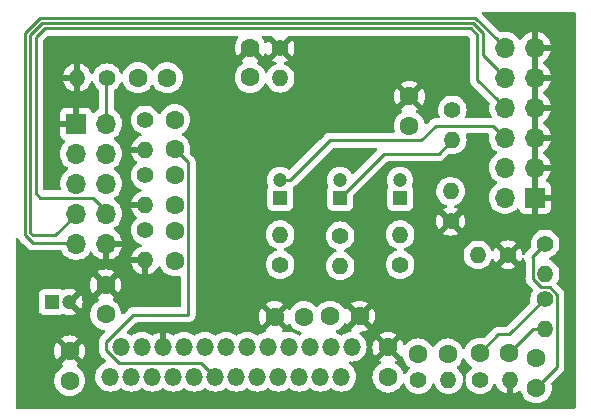
<source format=gbr>
%TF.GenerationSoftware,KiCad,Pcbnew,7.0.7*%
%TF.CreationDate,2024-03-26T11:27:05-06:00*%
%TF.ProjectId,rgb2comp,72676232-636f-46d7-902e-6b696361645f,1.0*%
%TF.SameCoordinates,Original*%
%TF.FileFunction,Copper,L2,Bot*%
%TF.FilePolarity,Positive*%
%FSLAX46Y46*%
G04 Gerber Fmt 4.6, Leading zero omitted, Abs format (unit mm)*
G04 Created by KiCad (PCBNEW 7.0.7) date 2024-03-26 11:27:05*
%MOMM*%
%LPD*%
G01*
G04 APERTURE LIST*
%TA.AperFunction,ComponentPad*%
%ADD10R,1.700000X1.700000*%
%TD*%
%TA.AperFunction,ComponentPad*%
%ADD11O,1.700000X1.700000*%
%TD*%
%TA.AperFunction,ComponentPad*%
%ADD12C,1.400000*%
%TD*%
%TA.AperFunction,ComponentPad*%
%ADD13O,1.400000X1.400000*%
%TD*%
%TA.AperFunction,ComponentPad*%
%ADD14C,1.600000*%
%TD*%
%TA.AperFunction,ComponentPad*%
%ADD15R,1.200000X1.200000*%
%TD*%
%TA.AperFunction,ComponentPad*%
%ADD16C,1.200000*%
%TD*%
%TA.AperFunction,ComponentPad*%
%ADD17O,1.500000X1.500000*%
%TD*%
%TA.AperFunction,ViaPad*%
%ADD18C,2.300000*%
%TD*%
%TA.AperFunction,ViaPad*%
%ADD19C,2.100000*%
%TD*%
%TA.AperFunction,Conductor*%
%ADD20C,0.250000*%
%TD*%
G04 APERTURE END LIST*
D10*
%TO.P,J2,1,Pin_1*%
%TO.N,GND*%
X167005000Y-90716500D03*
D11*
%TO.P,J2,2,Pin_2*%
%TO.N,/R-Y*%
X164465000Y-90716500D03*
%TO.P,J2,3,Pin_3*%
%TO.N,GND*%
X167005000Y-88176500D03*
%TO.P,J2,4,Pin_4*%
%TO.N,/Y*%
X164465000Y-88176500D03*
%TO.P,J2,5,Pin_5*%
%TO.N,GND*%
X167005000Y-85636500D03*
%TO.P,J2,6,Pin_6*%
%TO.N,/B-Y*%
X164465000Y-85636500D03*
%TO.P,J2,7,Pin_7*%
%TO.N,GND*%
X167005000Y-83096500D03*
%TO.P,J2,8,Pin_8*%
%TO.N,/Raudio*%
X164465000Y-83096500D03*
%TO.P,J2,9,Pin_9*%
%TO.N,GND*%
X167005000Y-80556500D03*
%TO.P,J2,10,Pin_10*%
%TO.N,/Laudio*%
X164465000Y-80556500D03*
%TO.P,J2,11,Pin_11*%
%TO.N,GND*%
X167005000Y-78016500D03*
%TO.P,J2,12,Pin_12*%
%TO.N,/Composite*%
X164465000Y-78016500D03*
%TD*%
D12*
%TO.P,R3,1*%
%TO.N,/G*%
X133985000Y-84130000D03*
D13*
%TO.P,R3,2*%
%TO.N,GND*%
X133985000Y-86670000D03*
%TD*%
D14*
%TO.P,C18,1*%
%TO.N,GND*%
X156350000Y-82150000D03*
%TO.P,C18,2*%
%TO.N,+5V*%
X156350000Y-84650000D03*
%TD*%
D12*
%TO.P,R1,1*%
%TO.N,/Sync*%
X130760000Y-80556500D03*
D13*
%TO.P,R1,2*%
%TO.N,GND*%
X128220000Y-80556500D03*
%TD*%
D12*
%TO.P,R13,1*%
%TO.N,/R-Y Amp*%
X155575000Y-96381500D03*
D13*
%TO.P,R13,2*%
%TO.N,Net-(C10-Pad1)*%
X155575000Y-93841500D03*
%TD*%
D12*
%TO.P,R4,1*%
%TO.N,/B*%
X134000000Y-93480000D03*
D13*
%TO.P,R4,2*%
%TO.N,GND*%
X134000000Y-96020000D03*
%TD*%
D15*
%TO.P,C8,1*%
%TO.N,+5V*%
X126077401Y-99550000D03*
D16*
%TO.P,C8,2*%
%TO.N,GND*%
X127577401Y-99550000D03*
%TD*%
D12*
%TO.P,R6,1*%
%TO.N,Net-(U1-Pad1)*%
X160000000Y-83280000D03*
D13*
%TO.P,R6,2*%
%TO.N,/Y+S*%
X160000000Y-85820000D03*
%TD*%
D12*
%TO.P,R10,1*%
%TO.N,/Y Raw*%
X162330000Y-106150000D03*
D13*
%TO.P,R10,2*%
%TO.N,GND*%
X164870000Y-106150000D03*
%TD*%
D12*
%TO.P,R7,1*%
%TO.N,/Y Raw*%
X167800000Y-99330000D03*
D13*
%TO.P,R7,2*%
%TO.N,Net-(C13-Pad2)*%
X167800000Y-101870000D03*
%TD*%
D14*
%TO.P,C3,1*%
%TO.N,Net-(V1-Pad14)*%
X136500000Y-86600000D03*
%TO.P,C3,2*%
%TO.N,/G*%
X136500000Y-84100000D03*
%TD*%
D12*
%TO.P,C19,1*%
%TO.N,GND*%
X164700000Y-95550000D03*
D13*
%TO.P,C19,2*%
%TO.N,+5V*%
X162160000Y-95550000D03*
%TD*%
D12*
%TO.P,R2,1*%
%TO.N,/R*%
X133985000Y-88811500D03*
D13*
%TO.P,R2,2*%
%TO.N,GND*%
X133985000Y-91351500D03*
%TD*%
D17*
%TO.P,V1,1*%
%TO.N,N/C*%
X151473500Y-103330000D03*
%TO.P,V1,2*%
X150584500Y-105870000D03*
%TO.P,V1,3,Y_in*%
%TO.N,Net-(V1-Pad3)*%
X149695500Y-103330000D03*
%TO.P,V1,4,B-Y_in*%
%TO.N,Net-(V1-Pad4)*%
X148806500Y-105870000D03*
%TO.P,V1,5,R-Y_in*%
%TO.N,Net-(V1-Pad5)*%
X147917500Y-103330000D03*
%TO.P,V1,6*%
%TO.N,N/C*%
X147028500Y-105870000D03*
%TO.P,V1,7*%
X146139500Y-103330000D03*
%TO.P,V1,8*%
X145250500Y-105870000D03*
%TO.P,V1,9*%
X144361500Y-103330000D03*
%TO.P,V1,10*%
X143472500Y-105870000D03*
%TO.P,V1,11*%
X142583500Y-103330000D03*
%TO.P,V1,12*%
X141694500Y-105870000D03*
%TO.P,V1,13,R*%
%TO.N,Net-(C2-Pad1)*%
X140805500Y-103330000D03*
%TO.P,V1,14,G*%
%TO.N,Net-(V1-Pad14)*%
X139916500Y-105870000D03*
%TO.P,V1,15,B*%
%TO.N,Net-(V1-Pad15)*%
X139027500Y-103330000D03*
%TO.P,V1,16,Y*%
%TO.N,Net-(V1-Pad16)*%
X138138500Y-105870000D03*
%TO.P,V1,17,B-Y*%
%TO.N,/B-Y Raw*%
X137249500Y-103330000D03*
%TO.P,V1,18,R-Y*%
%TO.N,/R-Y Raw*%
X136360500Y-105870000D03*
%TO.P,V1,19,GND*%
%TO.N,GND*%
X135471500Y-103330000D03*
%TO.P,V1,20,VIDEO_IN*%
%TO.N,Net-(V1-Pad20)*%
X134582500Y-105870000D03*
%TO.P,V1,21*%
%TO.N,N/C*%
X133693500Y-103330000D03*
%TO.P,V1,22*%
X132804500Y-105870000D03*
%TO.P,V1,23*%
X131915500Y-103330000D03*
%TO.P,V1,24,Vcc*%
%TO.N,+5V*%
X131026500Y-105870000D03*
%TD*%
D12*
%TO.P,R9,1*%
%TO.N,Net-(V1-Pad16)*%
X157130000Y-106150000D03*
D13*
%TO.P,R9,2*%
%TO.N,/Y Raw*%
X159670000Y-106150000D03*
%TD*%
D14*
%TO.P,C4,1*%
%TO.N,Net-(V1-Pad15)*%
X136500000Y-96050000D03*
%TO.P,C4,2*%
%TO.N,/B*%
X136500000Y-93550000D03*
%TD*%
D12*
%TO.P,R11,1*%
%TO.N,/B-Y Amp*%
X145415000Y-96381500D03*
D13*
%TO.P,R11,2*%
%TO.N,Net-(C6-Pad1)*%
X145415000Y-93841500D03*
%TD*%
D14*
%TO.P,C1,1*%
%TO.N,/Sync*%
X133370000Y-80556500D03*
%TO.P,C1,2*%
%TO.N,Net-(U1-Pad2)*%
X135870000Y-80556500D03*
%TD*%
%TO.P,C17,1*%
%TO.N,Net-(V1-Pad3)*%
X149650000Y-100750000D03*
%TO.P,C17,2*%
%TO.N,GND*%
X152150000Y-100750000D03*
%TD*%
%TO.P,C7,1*%
%TO.N,+5V*%
X127600000Y-106200000D03*
%TO.P,C7,2*%
%TO.N,GND*%
X127600000Y-103700000D03*
%TD*%
D15*
%TO.P,C10,1*%
%TO.N,Net-(C10-Pad1)*%
X155575000Y-90716500D03*
D16*
%TO.P,C10,2*%
%TO.N,/R-Y*%
X155575000Y-89216500D03*
%TD*%
D14*
%TO.P,C12,1*%
%TO.N,/B-Y Raw*%
X157100000Y-103950000D03*
%TO.P,C12,2*%
%TO.N,Net-(C12-Pad2)*%
X159600000Y-103950000D03*
%TD*%
%TO.P,C15,1*%
%TO.N,Net-(V1-Pad4)*%
X154550000Y-105900000D03*
%TO.P,C15,2*%
%TO.N,GND*%
X154550000Y-103400000D03*
%TD*%
%TO.P,C5,1*%
%TO.N,Net-(C5-Pad1)*%
X142875000Y-80536500D03*
%TO.P,C5,2*%
%TO.N,GND*%
X142875000Y-78036500D03*
%TD*%
D10*
%TO.P,J1,1,Pin_1*%
%TO.N,GND*%
X128138000Y-84460000D03*
D11*
%TO.P,J1,2,Pin_2*%
%TO.N,/Sync*%
X130678000Y-84460000D03*
%TO.P,J1,3,Pin_3*%
%TO.N,/R*%
X128138000Y-87000000D03*
%TO.P,J1,4,Pin_4*%
%TO.N,/G*%
X130678000Y-87000000D03*
%TO.P,J1,5,Pin_5*%
%TO.N,+5V*%
X128138000Y-89540000D03*
%TO.P,J1,6,Pin_6*%
%TO.N,/B*%
X130678000Y-89540000D03*
%TO.P,J1,7,Pin_7*%
%TO.N,/Laudio*%
X128138000Y-92080000D03*
%TO.P,J1,8,Pin_8*%
%TO.N,/Raudio*%
X130678000Y-92080000D03*
%TO.P,J1,9,Pin_9*%
%TO.N,/Composite*%
X128138000Y-94620000D03*
%TO.P,J1,10,Pin_10*%
%TO.N,GND*%
X130678000Y-94620000D03*
%TD*%
D15*
%TO.P,C9,1*%
%TO.N,/Y+S*%
X150495000Y-90716500D03*
D16*
%TO.P,C9,2*%
%TO.N,/Y*%
X150495000Y-89216500D03*
%TD*%
D15*
%TO.P,C6,1*%
%TO.N,Net-(C6-Pad1)*%
X145415000Y-90716500D03*
D16*
%TO.P,C6,2*%
%TO.N,/B-Y*%
X145415000Y-89216500D03*
%TD*%
D12*
%TO.P,R12,1*%
%TO.N,/Y+S*%
X150495000Y-93941500D03*
D13*
%TO.P,R12,2*%
%TO.N,/Y Amp*%
X150495000Y-96481500D03*
%TD*%
D12*
%TO.P,R5,1*%
%TO.N,GND*%
X145415000Y-78066500D03*
D13*
%TO.P,R5,2*%
%TO.N,Net-(C5-Pad1)*%
X145415000Y-80606500D03*
%TD*%
D14*
%TO.P,C14,1*%
%TO.N,/R-Y Raw*%
X167100000Y-106800000D03*
%TO.P,C14,2*%
%TO.N,Net-(C14-Pad2)*%
X167100000Y-104300000D03*
%TD*%
%TO.P,C2,1*%
%TO.N,Net-(C2-Pad1)*%
X136500000Y-91300000D03*
%TO.P,C2,2*%
%TO.N,/R*%
X136500000Y-88800000D03*
%TD*%
D12*
%TO.P,R14,1*%
%TO.N,GND*%
X159850000Y-92720000D03*
D13*
%TO.P,R14,2*%
%TO.N,Net-(C10-Pad1)*%
X159850000Y-90180000D03*
%TD*%
D14*
%TO.P,C13,1*%
%TO.N,/Y Raw*%
X162300000Y-103900000D03*
%TO.P,C13,2*%
%TO.N,Net-(C13-Pad2)*%
X164800000Y-103900000D03*
%TD*%
D12*
%TO.P,R8,1*%
%TO.N,/R-Y Raw*%
X167850000Y-94630000D03*
D13*
%TO.P,R8,2*%
%TO.N,Net-(C14-Pad2)*%
X167850000Y-97170000D03*
%TD*%
D14*
%TO.P,C11,1*%
%TO.N,Net-(V1-Pad20)*%
X130650000Y-100600000D03*
%TO.P,C11,2*%
%TO.N,GND*%
X130650000Y-98100000D03*
%TD*%
%TO.P,C16,1*%
%TO.N,Net-(V1-Pad5)*%
X147450000Y-100800000D03*
%TO.P,C16,2*%
%TO.N,GND*%
X144950000Y-100800000D03*
%TD*%
D18*
%TO.N,GND*%
X124714000Y-106845500D03*
D19*
X126619000Y-78143500D03*
X159893000Y-95415500D03*
X148220000Y-84970000D03*
%TD*%
D20*
%TO.N,/Sync*%
X130678000Y-80638500D02*
X130760000Y-80556500D01*
X130678000Y-84460000D02*
X130678000Y-80638500D01*
%TO.N,/Laudio*%
X162560000Y-78646500D02*
X162560000Y-76746500D01*
X126365000Y-93891500D02*
X128270000Y-91986500D01*
X161739520Y-75926020D02*
X125281198Y-75926020D01*
X124274520Y-76932698D02*
X124274520Y-93705302D01*
X124460718Y-93891500D02*
X126365000Y-93891500D01*
X163835000Y-79921500D02*
X162560000Y-78646500D01*
X162560000Y-76746500D02*
X161739520Y-75926020D01*
X124274520Y-93705302D02*
X124460718Y-93891500D01*
X125281198Y-75926020D02*
X124274520Y-76932698D01*
%TO.N,/Raudio*%
X125467396Y-76375540D02*
X161553322Y-76375540D01*
X125095000Y-90716500D02*
X124724040Y-90345540D01*
X162110480Y-80736980D02*
X163835000Y-82461500D01*
X161553322Y-76375540D02*
X162110480Y-76932698D01*
X124724040Y-77118896D02*
X125467396Y-76375540D01*
X162110480Y-76932698D02*
X162110480Y-80736980D01*
X129540000Y-90716500D02*
X125095000Y-90716500D01*
X130810000Y-91986500D02*
X129540000Y-90716500D01*
X124724040Y-90345540D02*
X124724040Y-77118896D01*
%TO.N,/Composite*%
X161930000Y-75476500D02*
X163835000Y-77381500D01*
X123825000Y-76746500D02*
X125095000Y-75476500D01*
X124460000Y-94526500D02*
X123825000Y-93891500D01*
X128270000Y-94526500D02*
X124460000Y-94526500D01*
X123825000Y-93891500D02*
X123825000Y-76746500D01*
X125095000Y-75476500D02*
X161930000Y-75476500D01*
%TO.N,/B-Y*%
X145415000Y-89216500D02*
X146263528Y-89216500D01*
X163473500Y-84645000D02*
X164465000Y-85636500D01*
X158575431Y-84645000D02*
X163473500Y-84645000D01*
X157370431Y-85850000D02*
X158575431Y-84645000D01*
X149630028Y-85850000D02*
X157370431Y-85850000D01*
X146263528Y-89216500D02*
X149630028Y-85850000D01*
%TO.N,Net-(V1-Pad14)*%
X131745559Y-104680339D02*
X138726839Y-104680339D01*
X136500000Y-86600000D02*
X137625000Y-87725000D01*
X138726839Y-104680339D02*
X139916500Y-105870000D01*
X130700000Y-103634780D02*
X131745559Y-104680339D01*
X130700000Y-102900000D02*
X130700000Y-103634780D01*
X137625000Y-100625000D02*
X132975000Y-100625000D01*
X137625000Y-87725000D02*
X137625000Y-100625000D01*
X132975000Y-100625000D02*
X130700000Y-102900000D01*
%TO.N,/R-Y Raw*%
X168850000Y-98930431D02*
X168850000Y-105050000D01*
X166825000Y-97594569D02*
X167535431Y-98305000D01*
X167850000Y-94630000D02*
X166825000Y-95655000D01*
X166825000Y-95655000D02*
X166825000Y-97594569D01*
X168224569Y-98305000D02*
X168850000Y-98930431D01*
X166725000Y-95755000D02*
X167850000Y-94630000D01*
X168850000Y-105050000D02*
X167100000Y-106800000D01*
X167535431Y-98305000D02*
X168224569Y-98305000D01*
%TO.N,/Y+S*%
X158830000Y-86990000D02*
X160000000Y-85820000D01*
X150495000Y-90716500D02*
X154221500Y-86990000D01*
X154221500Y-86990000D02*
X158830000Y-86990000D01*
%TO.N,Net-(C13-Pad2)*%
X164800000Y-103900000D02*
X166830000Y-101870000D01*
X166830000Y-101870000D02*
X167800000Y-101870000D01*
%TO.N,/Y Raw*%
X163900000Y-102300000D02*
X162300000Y-103900000D01*
X167800000Y-99330000D02*
X164830000Y-102300000D01*
X164830000Y-102300000D02*
X163900000Y-102300000D01*
%TD*%
%TA.AperFunction,Conductor*%
%TO.N,GND*%
G36*
X155074775Y-103568175D02*
G01*
X155091276Y-103582065D01*
X155637098Y-104127888D01*
X155684111Y-104123775D01*
X155753716Y-104137764D01*
X155804709Y-104187164D01*
X155816798Y-104216680D01*
X155838521Y-104297749D01*
X155865715Y-104399240D01*
X155865717Y-104399246D01*
X155962477Y-104606749D01*
X156058791Y-104744300D01*
X156093802Y-104794300D01*
X156255700Y-104956198D01*
X156255703Y-104956200D01*
X156344547Y-105018410D01*
X156388875Y-105073867D01*
X156396184Y-105144487D01*
X156364153Y-105207847D01*
X156353274Y-105218139D01*
X156350226Y-105220696D01*
X156200696Y-105370227D01*
X156200692Y-105370232D01*
X156079412Y-105543438D01*
X156079409Y-105543442D01*
X156054057Y-105597811D01*
X156007140Y-105651096D01*
X155938862Y-105670556D01*
X155870902Y-105650013D01*
X155824837Y-105595990D01*
X155818159Y-105577179D01*
X155784284Y-105450757D01*
X155687523Y-105243251D01*
X155556198Y-105055700D01*
X155394300Y-104893802D01*
X155383875Y-104886502D01*
X155206746Y-104762474D01*
X155201985Y-104759726D01*
X155203023Y-104757927D01*
X155156532Y-104716963D01*
X155137095Y-104648679D01*
X155157661Y-104580726D01*
X155202782Y-104541664D01*
X155201730Y-104539841D01*
X155206496Y-104537088D01*
X155277888Y-104487099D01*
X155277888Y-104487098D01*
X154732065Y-103941276D01*
X154698040Y-103878963D01*
X154703104Y-103808148D01*
X154745651Y-103751312D01*
X154763951Y-103739917D01*
X154788045Y-103727641D01*
X154877641Y-103638045D01*
X154889914Y-103613957D01*
X154938658Y-103562344D01*
X155007573Y-103545275D01*
X155074775Y-103568175D01*
G37*
%TD.AperFunction*%
%TA.AperFunction,Conductor*%
G36*
X145474775Y-100968175D02*
G01*
X145491276Y-100982065D01*
X146037098Y-101527888D01*
X146037099Y-101527888D01*
X146087088Y-101456496D01*
X146089841Y-101451730D01*
X146091729Y-101452820D01*
X146132384Y-101406594D01*
X146200651Y-101387094D01*
X146268622Y-101407597D01*
X146307989Y-101452987D01*
X146309726Y-101451985D01*
X146312474Y-101456746D01*
X146417124Y-101606200D01*
X146443802Y-101644300D01*
X146605700Y-101806198D01*
X146793251Y-101937523D01*
X147000757Y-102034284D01*
X147154238Y-102075409D01*
X147214859Y-102112360D01*
X147245880Y-102176220D01*
X147237452Y-102246715D01*
X147193896Y-102300328D01*
X147100956Y-102365406D01*
X147099465Y-102363277D01*
X147044358Y-102387346D01*
X146974262Y-102376077D01*
X146956544Y-102364691D01*
X146956044Y-102365406D01*
X146926185Y-102344498D01*
X146771154Y-102235944D01*
X146771148Y-102235941D01*
X146571579Y-102142881D01*
X146571573Y-102142879D01*
X146481678Y-102118791D01*
X146358871Y-102085885D01*
X146139500Y-102066693D01*
X145920129Y-102085885D01*
X145758082Y-102129306D01*
X145687106Y-102127616D01*
X145628310Y-102087822D01*
X145600362Y-102022558D01*
X145612135Y-101952544D01*
X145653200Y-101904386D01*
X145677888Y-101887098D01*
X145132065Y-101341276D01*
X145098040Y-101278963D01*
X145103104Y-101208148D01*
X145145651Y-101151312D01*
X145163951Y-101139917D01*
X145188045Y-101127641D01*
X145277641Y-101038045D01*
X145289914Y-101013957D01*
X145338658Y-100962344D01*
X145407573Y-100945275D01*
X145474775Y-100968175D01*
G37*
%TD.AperFunction*%
%TA.AperFunction,Conductor*%
G36*
X151741850Y-100903104D02*
G01*
X151798686Y-100945651D01*
X151810084Y-100963955D01*
X151822359Y-100988045D01*
X151822361Y-100988048D01*
X151911951Y-101077638D01*
X151911953Y-101077639D01*
X151911955Y-101077641D01*
X151936042Y-101089913D01*
X151987656Y-101138661D01*
X152004722Y-101207576D01*
X151981821Y-101274778D01*
X151967933Y-101291275D01*
X151422110Y-101837097D01*
X151422110Y-101837099D01*
X151435715Y-101846625D01*
X151480045Y-101902082D01*
X151487355Y-101972701D01*
X151455324Y-102036062D01*
X151394123Y-102072047D01*
X151374428Y-102075359D01*
X151254135Y-102085883D01*
X151041426Y-102142879D01*
X151041420Y-102142881D01*
X150841846Y-102235944D01*
X150656956Y-102365406D01*
X150655465Y-102363277D01*
X150600358Y-102387346D01*
X150530262Y-102376077D01*
X150512544Y-102364691D01*
X150512044Y-102365406D01*
X150491005Y-102350674D01*
X150327154Y-102235944D01*
X150327148Y-102235941D01*
X150327148Y-102235940D01*
X150188247Y-102171171D01*
X150134961Y-102124254D01*
X150115500Y-102055977D01*
X150136041Y-101988017D01*
X150188247Y-101942781D01*
X150306747Y-101887524D01*
X150306747Y-101887523D01*
X150306749Y-101887523D01*
X150494300Y-101756198D01*
X150656198Y-101594300D01*
X150787523Y-101406749D01*
X150787523Y-101406748D01*
X150787525Y-101406746D01*
X150790274Y-101401985D01*
X150792082Y-101403028D01*
X150832990Y-101356561D01*
X150901265Y-101337095D01*
X150969227Y-101357631D01*
X151008349Y-101402779D01*
X151010161Y-101401734D01*
X151012913Y-101406501D01*
X151062899Y-101477888D01*
X151608722Y-100932065D01*
X151671035Y-100898040D01*
X151741850Y-100903104D01*
G37*
%TD.AperFunction*%
%TA.AperFunction,Conductor*%
G36*
X170410121Y-74988502D02*
G01*
X170456614Y-75042158D01*
X170468000Y-75094500D01*
X170468000Y-108443500D01*
X170447998Y-108511621D01*
X170394342Y-108558114D01*
X170342000Y-108569500D01*
X123143000Y-108569500D01*
X123074879Y-108549498D01*
X123028386Y-108495842D01*
X123017000Y-108443500D01*
X123017000Y-106200000D01*
X126286502Y-106200000D01*
X126306457Y-106428087D01*
X126325726Y-106500000D01*
X126365715Y-106649240D01*
X126365717Y-106649246D01*
X126462477Y-106856749D01*
X126589056Y-107037523D01*
X126593802Y-107044300D01*
X126755700Y-107206198D01*
X126943251Y-107337523D01*
X127150757Y-107434284D01*
X127371913Y-107493543D01*
X127600000Y-107513498D01*
X127828087Y-107493543D01*
X128049243Y-107434284D01*
X128256749Y-107337523D01*
X128444300Y-107206198D01*
X128606198Y-107044300D01*
X128737523Y-106856749D01*
X128834284Y-106649243D01*
X128893543Y-106428087D01*
X128913498Y-106200000D01*
X128893543Y-105971913D01*
X128834284Y-105750757D01*
X128737523Y-105543251D01*
X128606198Y-105355700D01*
X128444300Y-105193802D01*
X128418491Y-105175730D01*
X128256746Y-105062474D01*
X128251985Y-105059726D01*
X128253023Y-105057927D01*
X128206532Y-105016963D01*
X128187095Y-104948679D01*
X128207661Y-104880726D01*
X128252782Y-104841664D01*
X128251730Y-104839841D01*
X128256496Y-104837088D01*
X128327888Y-104787099D01*
X128327888Y-104787098D01*
X127782065Y-104241276D01*
X127748040Y-104178963D01*
X127753104Y-104108148D01*
X127795651Y-104051312D01*
X127813951Y-104039917D01*
X127838045Y-104027641D01*
X127927641Y-103938045D01*
X127939914Y-103913957D01*
X127988658Y-103862344D01*
X128057573Y-103845275D01*
X128124775Y-103868175D01*
X128141276Y-103882065D01*
X128687098Y-104427888D01*
X128687099Y-104427888D01*
X128737088Y-104356497D01*
X128833811Y-104149073D01*
X128833813Y-104149068D01*
X128893048Y-103928002D01*
X128912995Y-103700000D01*
X128893048Y-103471997D01*
X128833813Y-103250931D01*
X128833811Y-103250926D01*
X128737086Y-103043498D01*
X128687100Y-102972110D01*
X128687097Y-102972110D01*
X128141275Y-103517933D01*
X128078963Y-103551959D01*
X128008148Y-103546894D01*
X127951312Y-103504347D01*
X127939913Y-103486041D01*
X127938850Y-103483954D01*
X127927641Y-103461955D01*
X127927639Y-103461953D01*
X127927638Y-103461951D01*
X127838048Y-103372361D01*
X127838045Y-103372359D01*
X127813955Y-103360084D01*
X127762341Y-103311334D01*
X127745276Y-103242419D01*
X127768178Y-103175218D01*
X127782065Y-103158722D01*
X128327888Y-102612899D01*
X128327888Y-102612898D01*
X128256501Y-102562913D01*
X128049073Y-102466188D01*
X128049068Y-102466186D01*
X127828000Y-102406951D01*
X127828004Y-102406951D01*
X127600000Y-102387004D01*
X127371997Y-102406951D01*
X127150931Y-102466186D01*
X127150926Y-102466188D01*
X126943500Y-102562913D01*
X126872109Y-102612899D01*
X127417934Y-103158723D01*
X127451959Y-103221036D01*
X127446895Y-103291851D01*
X127404348Y-103348687D01*
X127386043Y-103360085D01*
X127361956Y-103372358D01*
X127361951Y-103372361D01*
X127272361Y-103461951D01*
X127272358Y-103461956D01*
X127260085Y-103486043D01*
X127211337Y-103537658D01*
X127142422Y-103554723D01*
X127075220Y-103531822D01*
X127058723Y-103517934D01*
X126512899Y-102972109D01*
X126462913Y-103043500D01*
X126366188Y-103250926D01*
X126366186Y-103250931D01*
X126306951Y-103471997D01*
X126287004Y-103700000D01*
X126306951Y-103928002D01*
X126366186Y-104149068D01*
X126366188Y-104149073D01*
X126462913Y-104356501D01*
X126512899Y-104427888D01*
X127058722Y-103882065D01*
X127121035Y-103848040D01*
X127191850Y-103853104D01*
X127248686Y-103895651D01*
X127260084Y-103913955D01*
X127272359Y-103938045D01*
X127272361Y-103938048D01*
X127361951Y-104027638D01*
X127361953Y-104027639D01*
X127361955Y-104027641D01*
X127386042Y-104039913D01*
X127437656Y-104088661D01*
X127454722Y-104157576D01*
X127431821Y-104224778D01*
X127417933Y-104241275D01*
X126872110Y-104787097D01*
X126872110Y-104787100D01*
X126943498Y-104837086D01*
X126948266Y-104839839D01*
X126947178Y-104841721D01*
X126993420Y-104882409D01*
X127012904Y-104950680D01*
X126992386Y-105018647D01*
X126947015Y-105057995D01*
X126948015Y-105059726D01*
X126943253Y-105062474D01*
X126755703Y-105193799D01*
X126755697Y-105193804D01*
X126593804Y-105355697D01*
X126593799Y-105355703D01*
X126462477Y-105543250D01*
X126365717Y-105750753D01*
X126365715Y-105750759D01*
X126325726Y-105899999D01*
X126306457Y-105971913D01*
X126286502Y-106200000D01*
X123017000Y-106200000D01*
X123017000Y-100198649D01*
X124968901Y-100198649D01*
X124975410Y-100259196D01*
X124975412Y-100259204D01*
X125026511Y-100396202D01*
X125026513Y-100396207D01*
X125114139Y-100513261D01*
X125231193Y-100600887D01*
X125231195Y-100600888D01*
X125231197Y-100600889D01*
X125276893Y-100617933D01*
X125368196Y-100651988D01*
X125368204Y-100651990D01*
X125428751Y-100658499D01*
X125428756Y-100658499D01*
X125428763Y-100658500D01*
X125428769Y-100658500D01*
X126726033Y-100658500D01*
X126726039Y-100658500D01*
X126726046Y-100658499D01*
X126726050Y-100658499D01*
X126786597Y-100651990D01*
X126786598Y-100651989D01*
X126786602Y-100651989D01*
X126923605Y-100600889D01*
X126969751Y-100566344D01*
X127036268Y-100541532D01*
X127090777Y-100549720D01*
X127272875Y-100620266D01*
X127272878Y-100620267D01*
X127474732Y-100658000D01*
X127680070Y-100658000D01*
X127881923Y-100620267D01*
X127881926Y-100620266D01*
X127934238Y-100600000D01*
X129336502Y-100600000D01*
X129356457Y-100828087D01*
X129369067Y-100875148D01*
X129415715Y-101049240D01*
X129415717Y-101049246D01*
X129512477Y-101256749D01*
X129614728Y-101402779D01*
X129643802Y-101444300D01*
X129805700Y-101606198D01*
X129993251Y-101737523D01*
X130200757Y-101834284D01*
X130421913Y-101893543D01*
X130510107Y-101901259D01*
X130576224Y-101927121D01*
X130617863Y-101984625D01*
X130621804Y-102055512D01*
X130588219Y-102115875D01*
X130311333Y-102392760D01*
X130298900Y-102402722D01*
X130299088Y-102402949D01*
X130292979Y-102408002D01*
X130245017Y-102459078D01*
X130223860Y-102480234D01*
X130219560Y-102485777D01*
X130215713Y-102490280D01*
X130183417Y-102524674D01*
X130183411Y-102524683D01*
X130173651Y-102542435D01*
X130162803Y-102558950D01*
X130150386Y-102574958D01*
X130131645Y-102618264D01*
X130129034Y-102623594D01*
X130106305Y-102664939D01*
X130106303Y-102664944D01*
X130101267Y-102684559D01*
X130094864Y-102703262D01*
X130086819Y-102721852D01*
X130079437Y-102768456D01*
X130078233Y-102774268D01*
X130066500Y-102819968D01*
X130066500Y-102840223D01*
X130064949Y-102859933D01*
X130061780Y-102879942D01*
X130061780Y-102879943D01*
X130066220Y-102926917D01*
X130066500Y-102932850D01*
X130066500Y-103550926D01*
X130064751Y-103566768D01*
X130065044Y-103566796D01*
X130064298Y-103574687D01*
X130066500Y-103644737D01*
X130066500Y-103674631D01*
X130066501Y-103674652D01*
X130067378Y-103681600D01*
X130067844Y-103687512D01*
X130069326Y-103734668D01*
X130069327Y-103734673D01*
X130074977Y-103754119D01*
X130078986Y-103773477D01*
X130081525Y-103793573D01*
X130081526Y-103793579D01*
X130098893Y-103837442D01*
X130100816Y-103843059D01*
X130113982Y-103888373D01*
X130124294Y-103905811D01*
X130132988Y-103923559D01*
X130140444Y-103942389D01*
X130140450Y-103942400D01*
X130168177Y-103980563D01*
X130171437Y-103985526D01*
X130195460Y-104026145D01*
X130209779Y-104040464D01*
X130222617Y-104055494D01*
X130223349Y-104056501D01*
X130234528Y-104071887D01*
X130262794Y-104095271D01*
X130270886Y-104101965D01*
X130275267Y-104105951D01*
X130459906Y-104290590D01*
X130643558Y-104474242D01*
X130677584Y-104536554D01*
X130672519Y-104607369D01*
X130629972Y-104664205D01*
X130597570Y-104681734D01*
X130594429Y-104682877D01*
X130394846Y-104775944D01*
X130214465Y-104902248D01*
X130214459Y-104902253D01*
X130058753Y-105057959D01*
X130058748Y-105057965D01*
X129932444Y-105238346D01*
X129839381Y-105437920D01*
X129839379Y-105437926D01*
X129810044Y-105547406D01*
X129782385Y-105650629D01*
X129763193Y-105870000D01*
X129780068Y-106062892D01*
X129782385Y-106089370D01*
X129839379Y-106302073D01*
X129839381Y-106302079D01*
X129929554Y-106495457D01*
X129932444Y-106501654D01*
X130035788Y-106649243D01*
X130058751Y-106682038D01*
X130058754Y-106682042D01*
X130214457Y-106837745D01*
X130214461Y-106837748D01*
X130214462Y-106837749D01*
X130394846Y-106964056D01*
X130594424Y-107057120D01*
X130807129Y-107114115D01*
X131026500Y-107133307D01*
X131245871Y-107114115D01*
X131458576Y-107057120D01*
X131658154Y-106964056D01*
X131838538Y-106837749D01*
X131838538Y-106837748D01*
X131843045Y-106834593D01*
X131844611Y-106836829D01*
X131898972Y-106812740D01*
X131969128Y-106823634D01*
X131987435Y-106835337D01*
X131987956Y-106834594D01*
X131992462Y-106837749D01*
X132172846Y-106964056D01*
X132372424Y-107057120D01*
X132585129Y-107114115D01*
X132804500Y-107133307D01*
X133023871Y-107114115D01*
X133236576Y-107057120D01*
X133436154Y-106964056D01*
X133616538Y-106837749D01*
X133616537Y-106837749D01*
X133621044Y-106834594D01*
X133622579Y-106836786D01*
X133677246Y-106812704D01*
X133747378Y-106823751D01*
X133765426Y-106835350D01*
X133765956Y-106834594D01*
X133770462Y-106837749D01*
X133950846Y-106964056D01*
X134150424Y-107057120D01*
X134363129Y-107114115D01*
X134582500Y-107133307D01*
X134801871Y-107114115D01*
X135014576Y-107057120D01*
X135214154Y-106964056D01*
X135394538Y-106837749D01*
X135394542Y-106837745D01*
X135399044Y-106834593D01*
X135400579Y-106836785D01*
X135455246Y-106812703D01*
X135525378Y-106823750D01*
X135543426Y-106835349D01*
X135543956Y-106834593D01*
X135548458Y-106837745D01*
X135548462Y-106837749D01*
X135728846Y-106964056D01*
X135928424Y-107057120D01*
X136141129Y-107114115D01*
X136360500Y-107133307D01*
X136579871Y-107114115D01*
X136792576Y-107057120D01*
X136992154Y-106964056D01*
X137172538Y-106837749D01*
X137172542Y-106837745D01*
X137177044Y-106834593D01*
X137178579Y-106836785D01*
X137233246Y-106812703D01*
X137303378Y-106823750D01*
X137321426Y-106835349D01*
X137321956Y-106834593D01*
X137326458Y-106837745D01*
X137326462Y-106837749D01*
X137506846Y-106964056D01*
X137706424Y-107057120D01*
X137919129Y-107114115D01*
X138138500Y-107133307D01*
X138357871Y-107114115D01*
X138570576Y-107057120D01*
X138770154Y-106964056D01*
X138950538Y-106837749D01*
X138950537Y-106837749D01*
X138955044Y-106834594D01*
X138956579Y-106836786D01*
X139011246Y-106812704D01*
X139081378Y-106823751D01*
X139099426Y-106835350D01*
X139099956Y-106834594D01*
X139104462Y-106837749D01*
X139284846Y-106964056D01*
X139484424Y-107057120D01*
X139697129Y-107114115D01*
X139916500Y-107133307D01*
X140135871Y-107114115D01*
X140348576Y-107057120D01*
X140548154Y-106964056D01*
X140728538Y-106837749D01*
X140728542Y-106837745D01*
X140733044Y-106834593D01*
X140734579Y-106836785D01*
X140789246Y-106812703D01*
X140859378Y-106823750D01*
X140877426Y-106835349D01*
X140877956Y-106834593D01*
X140882458Y-106837745D01*
X140882462Y-106837749D01*
X141062846Y-106964056D01*
X141262424Y-107057120D01*
X141475129Y-107114115D01*
X141694500Y-107133307D01*
X141913871Y-107114115D01*
X142126576Y-107057120D01*
X142326154Y-106964056D01*
X142506538Y-106837749D01*
X142506542Y-106837745D01*
X142511044Y-106834593D01*
X142512579Y-106836785D01*
X142567246Y-106812703D01*
X142637378Y-106823750D01*
X142655426Y-106835349D01*
X142655956Y-106834593D01*
X142660458Y-106837745D01*
X142660462Y-106837749D01*
X142840846Y-106964056D01*
X143040424Y-107057120D01*
X143253129Y-107114115D01*
X143472500Y-107133307D01*
X143691871Y-107114115D01*
X143904576Y-107057120D01*
X144104154Y-106964056D01*
X144284538Y-106837749D01*
X144284537Y-106837749D01*
X144289044Y-106834594D01*
X144290579Y-106836786D01*
X144345246Y-106812704D01*
X144415378Y-106823751D01*
X144433426Y-106835350D01*
X144433956Y-106834594D01*
X144438462Y-106837749D01*
X144618846Y-106964056D01*
X144818424Y-107057120D01*
X145031129Y-107114115D01*
X145250500Y-107133307D01*
X145469871Y-107114115D01*
X145682576Y-107057120D01*
X145882154Y-106964056D01*
X146062538Y-106837749D01*
X146062542Y-106837745D01*
X146067044Y-106834593D01*
X146068579Y-106836785D01*
X146123246Y-106812703D01*
X146193378Y-106823750D01*
X146211426Y-106835349D01*
X146211956Y-106834593D01*
X146216458Y-106837745D01*
X146216462Y-106837749D01*
X146396846Y-106964056D01*
X146596424Y-107057120D01*
X146809129Y-107114115D01*
X147028500Y-107133307D01*
X147247871Y-107114115D01*
X147460576Y-107057120D01*
X147660154Y-106964056D01*
X147840538Y-106837749D01*
X147840542Y-106837745D01*
X147845044Y-106834593D01*
X147846579Y-106836785D01*
X147901246Y-106812703D01*
X147971378Y-106823750D01*
X147989426Y-106835349D01*
X147989956Y-106834593D01*
X147994458Y-106837745D01*
X147994462Y-106837749D01*
X148174846Y-106964056D01*
X148374424Y-107057120D01*
X148587129Y-107114115D01*
X148806500Y-107133307D01*
X149025871Y-107114115D01*
X149238576Y-107057120D01*
X149438154Y-106964056D01*
X149618538Y-106837749D01*
X149618537Y-106837749D01*
X149623044Y-106834594D01*
X149624579Y-106836786D01*
X149679246Y-106812704D01*
X149749378Y-106823751D01*
X149767426Y-106835350D01*
X149767956Y-106834594D01*
X149772462Y-106837749D01*
X149952846Y-106964056D01*
X150152424Y-107057120D01*
X150365129Y-107114115D01*
X150584500Y-107133307D01*
X150803871Y-107114115D01*
X151016576Y-107057120D01*
X151216154Y-106964056D01*
X151396538Y-106837749D01*
X151552249Y-106682038D01*
X151678556Y-106501654D01*
X151771620Y-106302076D01*
X151828615Y-106089371D01*
X151845182Y-105900000D01*
X153236502Y-105900000D01*
X153256457Y-106128087D01*
X153262329Y-106150000D01*
X153315715Y-106349240D01*
X153315717Y-106349246D01*
X153412477Y-106556749D01*
X153500205Y-106682038D01*
X153543802Y-106744300D01*
X153705700Y-106906198D01*
X153893251Y-107037523D01*
X154100757Y-107134284D01*
X154321913Y-107193543D01*
X154550000Y-107213498D01*
X154778087Y-107193543D01*
X154999243Y-107134284D01*
X155206749Y-107037523D01*
X155394300Y-106906198D01*
X155556198Y-106744300D01*
X155687523Y-106556749D01*
X155731954Y-106461464D01*
X155778870Y-106408180D01*
X155847147Y-106388718D01*
X155915108Y-106409259D01*
X155961174Y-106463282D01*
X155967855Y-106482102D01*
X155971261Y-106494812D01*
X155990043Y-106564907D01*
X155990045Y-106564912D01*
X156079412Y-106756561D01*
X156200692Y-106929767D01*
X156200696Y-106929772D01*
X156200699Y-106929776D01*
X156350224Y-107079301D01*
X156350228Y-107079304D01*
X156350232Y-107079307D01*
X156523438Y-107200587D01*
X156523441Y-107200588D01*
X156523442Y-107200589D01*
X156715090Y-107289956D01*
X156919345Y-107344686D01*
X157130000Y-107363116D01*
X157340655Y-107344686D01*
X157544910Y-107289956D01*
X157736558Y-107200589D01*
X157909776Y-107079301D01*
X158059301Y-106929776D01*
X158180589Y-106756558D01*
X158269956Y-106564910D01*
X158278293Y-106533794D01*
X158315244Y-106473172D01*
X158379104Y-106442150D01*
X158449599Y-106450578D01*
X158504346Y-106495780D01*
X158521707Y-106533795D01*
X158530042Y-106564905D01*
X158530045Y-106564912D01*
X158619412Y-106756561D01*
X158740692Y-106929767D01*
X158740696Y-106929772D01*
X158740699Y-106929776D01*
X158890224Y-107079301D01*
X158890228Y-107079304D01*
X158890232Y-107079307D01*
X159063438Y-107200587D01*
X159063441Y-107200588D01*
X159063442Y-107200589D01*
X159255090Y-107289956D01*
X159459345Y-107344686D01*
X159670000Y-107363116D01*
X159880655Y-107344686D01*
X160084910Y-107289956D01*
X160276558Y-107200589D01*
X160449776Y-107079301D01*
X160599301Y-106929776D01*
X160720589Y-106756558D01*
X160809956Y-106564910D01*
X160864686Y-106360655D01*
X160874479Y-106248711D01*
X160900343Y-106182596D01*
X160946676Y-106149044D01*
X160909502Y-106127974D01*
X160876470Y-106065129D01*
X160874480Y-106051294D01*
X160864686Y-105939345D01*
X160809956Y-105735090D01*
X160720589Y-105543442D01*
X160720588Y-105543441D01*
X160720587Y-105543438D01*
X160599307Y-105370232D01*
X160599303Y-105370227D01*
X160599301Y-105370224D01*
X160449776Y-105220699D01*
X160439492Y-105213498D01*
X160405568Y-105189744D01*
X160361240Y-105134287D01*
X160353931Y-105063667D01*
X160385962Y-105000307D01*
X160405564Y-104983321D01*
X160444300Y-104956198D01*
X160606198Y-104794300D01*
X160737523Y-104606749D01*
X160834284Y-104399243D01*
X160837647Y-104386690D01*
X160874595Y-104326066D01*
X160938454Y-104295041D01*
X161008949Y-104303465D01*
X161063698Y-104348665D01*
X161073550Y-104366045D01*
X161162477Y-104556749D01*
X161275839Y-104718647D01*
X161293802Y-104744300D01*
X161455700Y-104906198D01*
X161455703Y-104906200D01*
X161455708Y-104906204D01*
X161580134Y-104993328D01*
X161624463Y-105048785D01*
X161631772Y-105119404D01*
X161599742Y-105182765D01*
X161580137Y-105199753D01*
X161550225Y-105220697D01*
X161400701Y-105370221D01*
X161400692Y-105370232D01*
X161279412Y-105543438D01*
X161190045Y-105735087D01*
X161190043Y-105735091D01*
X161157151Y-105857849D01*
X161135314Y-105939345D01*
X161125520Y-106051286D01*
X161099657Y-106117403D01*
X161053323Y-106150954D01*
X161090498Y-106172025D01*
X161123530Y-106234870D01*
X161125519Y-106248703D01*
X161135314Y-106360655D01*
X161153900Y-106430019D01*
X161190043Y-106564908D01*
X161190045Y-106564912D01*
X161279412Y-106756561D01*
X161400692Y-106929767D01*
X161400696Y-106929772D01*
X161400699Y-106929776D01*
X161550224Y-107079301D01*
X161550228Y-107079304D01*
X161550232Y-107079307D01*
X161723438Y-107200587D01*
X161723441Y-107200588D01*
X161723442Y-107200589D01*
X161915090Y-107289956D01*
X162119345Y-107344686D01*
X162330000Y-107363116D01*
X162540655Y-107344686D01*
X162744910Y-107289956D01*
X162936558Y-107200589D01*
X163109776Y-107079301D01*
X163259301Y-106929776D01*
X163380589Y-106756558D01*
X163469956Y-106564910D01*
X163478552Y-106532828D01*
X163515500Y-106472208D01*
X163579360Y-106441184D01*
X163649854Y-106449611D01*
X163704603Y-106494812D01*
X163721964Y-106532825D01*
X163730514Y-106564732D01*
X163730517Y-106564741D01*
X163819844Y-106756305D01*
X163941084Y-106929453D01*
X163941087Y-106929457D01*
X164090542Y-107078912D01*
X164090546Y-107078915D01*
X164263694Y-107200155D01*
X164455258Y-107289482D01*
X164455264Y-107289484D01*
X164616000Y-107332553D01*
X164616000Y-106609326D01*
X164636002Y-106541205D01*
X164689658Y-106494712D01*
X164759932Y-106484608D01*
X164782911Y-106490152D01*
X164811595Y-106500000D01*
X164899005Y-106500000D01*
X164977262Y-106486941D01*
X165047744Y-106495457D01*
X165102435Y-106540728D01*
X165123968Y-106608380D01*
X165124000Y-106611222D01*
X165124000Y-107332553D01*
X165284735Y-107289484D01*
X165284741Y-107289482D01*
X165476305Y-107200155D01*
X165645717Y-107081530D01*
X165712990Y-107058842D01*
X165781851Y-107076127D01*
X165830435Y-107127896D01*
X165839695Y-107152131D01*
X165865716Y-107249243D01*
X165865717Y-107249246D01*
X165962477Y-107456749D01*
X165988240Y-107493543D01*
X166093802Y-107644300D01*
X166255700Y-107806198D01*
X166443251Y-107937523D01*
X166650757Y-108034284D01*
X166871913Y-108093543D01*
X167100000Y-108113498D01*
X167328087Y-108093543D01*
X167549243Y-108034284D01*
X167756749Y-107937523D01*
X167944300Y-107806198D01*
X168106198Y-107644300D01*
X168237523Y-107456749D01*
X168334284Y-107249243D01*
X168393543Y-107028087D01*
X168413498Y-106800000D01*
X168393543Y-106571913D01*
X168376540Y-106508458D01*
X168378229Y-106437483D01*
X168409149Y-106386754D01*
X169238660Y-105557243D01*
X169251098Y-105547280D01*
X169250910Y-105547053D01*
X169257013Y-105542002D01*
X169257018Y-105542000D01*
X169304984Y-105490920D01*
X169326135Y-105469770D01*
X169330445Y-105464212D01*
X169334274Y-105459729D01*
X169366586Y-105425321D01*
X169376346Y-105407565D01*
X169387195Y-105391050D01*
X169399614Y-105375041D01*
X169418363Y-105331710D01*
X169420953Y-105326423D01*
X169443695Y-105285060D01*
X169448733Y-105265434D01*
X169455137Y-105246732D01*
X169463181Y-105228145D01*
X169470561Y-105181547D01*
X169471762Y-105175740D01*
X169483500Y-105130030D01*
X169483500Y-105109775D01*
X169485051Y-105090063D01*
X169488220Y-105070057D01*
X169484850Y-105034402D01*
X169483780Y-105023080D01*
X169483500Y-105017148D01*
X169483500Y-99014286D01*
X169485249Y-98998445D01*
X169484956Y-98998418D01*
X169485701Y-98990525D01*
X169485702Y-98990522D01*
X169483500Y-98920473D01*
X169483500Y-98890575D01*
X169482619Y-98883609D01*
X169482155Y-98877713D01*
X169480673Y-98830542D01*
X169475022Y-98811095D01*
X169471012Y-98791731D01*
X169468474Y-98771634D01*
X169451097Y-98727745D01*
X169449183Y-98722154D01*
X169436018Y-98676838D01*
X169425706Y-98659401D01*
X169417010Y-98641652D01*
X169409552Y-98622814D01*
X169381812Y-98584634D01*
X169378564Y-98579689D01*
X169354542Y-98539069D01*
X169340214Y-98524741D01*
X169327384Y-98509720D01*
X169315472Y-98493324D01*
X169315469Y-98493322D01*
X169315469Y-98493321D01*
X169279113Y-98463244D01*
X169274721Y-98459248D01*
X168848273Y-98032799D01*
X168814248Y-97970487D01*
X168819313Y-97899671D01*
X168834152Y-97871439D01*
X168900589Y-97776558D01*
X168989956Y-97584910D01*
X169044686Y-97380655D01*
X169063116Y-97170000D01*
X169044686Y-96959345D01*
X168989956Y-96755090D01*
X168900589Y-96563442D01*
X168900588Y-96563441D01*
X168900587Y-96563438D01*
X168779307Y-96390232D01*
X168779304Y-96390228D01*
X168779301Y-96390224D01*
X168629776Y-96240699D01*
X168629772Y-96240696D01*
X168629767Y-96240692D01*
X168456561Y-96119412D01*
X168264912Y-96030045D01*
X168264905Y-96030042D01*
X168241499Y-96023771D01*
X168233794Y-96021706D01*
X168173172Y-95984756D01*
X168142150Y-95920896D01*
X168150578Y-95850401D01*
X168195780Y-95795654D01*
X168233793Y-95778293D01*
X168264910Y-95769956D01*
X168456558Y-95680589D01*
X168629776Y-95559301D01*
X168779301Y-95409776D01*
X168897098Y-95241544D01*
X168900587Y-95236561D01*
X168900587Y-95236560D01*
X168900589Y-95236558D01*
X168989956Y-95044910D01*
X169044686Y-94840655D01*
X169063116Y-94630000D01*
X169044686Y-94419345D01*
X168989956Y-94215090D01*
X168900589Y-94023442D01*
X168900588Y-94023441D01*
X168900587Y-94023438D01*
X168779307Y-93850232D01*
X168779304Y-93850228D01*
X168779301Y-93850224D01*
X168629776Y-93700699D01*
X168629772Y-93700696D01*
X168629767Y-93700692D01*
X168456561Y-93579412D01*
X168264912Y-93490045D01*
X168264908Y-93490043D01*
X168156878Y-93461097D01*
X168060655Y-93435314D01*
X167850000Y-93416884D01*
X167639345Y-93435314D01*
X167627455Y-93438500D01*
X167435091Y-93490043D01*
X167435087Y-93490045D01*
X167243438Y-93579412D01*
X167070232Y-93700692D01*
X167070221Y-93700701D01*
X166920701Y-93850221D01*
X166920692Y-93850232D01*
X166799412Y-94023438D01*
X166710045Y-94215087D01*
X166710043Y-94215091D01*
X166677409Y-94336884D01*
X166657680Y-94410517D01*
X166655314Y-94419346D01*
X166636884Y-94630000D01*
X166655314Y-94840656D01*
X166656269Y-94846067D01*
X166654961Y-94846297D01*
X166653412Y-94910888D01*
X166622497Y-94961596D01*
X166436336Y-95147757D01*
X166423901Y-95157721D01*
X166424089Y-95157948D01*
X166417980Y-95163001D01*
X166370016Y-95214078D01*
X166248867Y-95335227D01*
X166248862Y-95335233D01*
X166175385Y-95429960D01*
X166175382Y-95429965D01*
X166145828Y-95498263D01*
X166100418Y-95552838D01*
X166032710Y-95574198D01*
X165964203Y-95555562D01*
X165916647Y-95502847D01*
X165904670Y-95459204D01*
X165894191Y-95339432D01*
X165839484Y-95135264D01*
X165839480Y-95135254D01*
X165750157Y-94943697D01*
X165750154Y-94943692D01*
X165715297Y-94893912D01*
X165715296Y-94893912D01*
X165204528Y-95404680D01*
X165142216Y-95438705D01*
X165071400Y-95433640D01*
X165014565Y-95391093D01*
X165009950Y-95384499D01*
X164961063Y-95309671D01*
X164860646Y-95231515D01*
X164863093Y-95228370D01*
X164826932Y-95192475D01*
X164811586Y-95123157D01*
X164836152Y-95056546D01*
X164848202Y-95042588D01*
X165356086Y-94534703D01*
X165356086Y-94534701D01*
X165306305Y-94499844D01*
X165306302Y-94499842D01*
X165114745Y-94410519D01*
X165114735Y-94410515D01*
X164910567Y-94355808D01*
X164700000Y-94337386D01*
X164489432Y-94355808D01*
X164285264Y-94410515D01*
X164285258Y-94410517D01*
X164093690Y-94499846D01*
X164043912Y-94534701D01*
X164043912Y-94534703D01*
X164555367Y-95046158D01*
X164589393Y-95108470D01*
X164584328Y-95179285D01*
X164541781Y-95236121D01*
X164526241Y-95246067D01*
X164482053Y-95269980D01*
X164482051Y-95269981D01*
X164402941Y-95355917D01*
X164402938Y-95355922D01*
X164398893Y-95365145D01*
X164353210Y-95419492D01*
X164285397Y-95440513D01*
X164216984Y-95421534D01*
X164194413Y-95403622D01*
X163684703Y-94893912D01*
X163684701Y-94893912D01*
X163649846Y-94943690D01*
X163560517Y-95135258D01*
X163560515Y-95135265D01*
X163551964Y-95167175D01*
X163515011Y-95227796D01*
X163451149Y-95258816D01*
X163380655Y-95250385D01*
X163325909Y-95205181D01*
X163308551Y-95167168D01*
X163299956Y-95135090D01*
X163210589Y-94943442D01*
X163210588Y-94943441D01*
X163210587Y-94943438D01*
X163089307Y-94770232D01*
X163089304Y-94770228D01*
X163089301Y-94770224D01*
X162939776Y-94620699D01*
X162939772Y-94620696D01*
X162939767Y-94620692D01*
X162766561Y-94499412D01*
X162574912Y-94410045D01*
X162574908Y-94410043D01*
X162480113Y-94384643D01*
X162370655Y-94355314D01*
X162160000Y-94336884D01*
X162159999Y-94336884D01*
X162054672Y-94346099D01*
X161949345Y-94355314D01*
X161904680Y-94367282D01*
X161745091Y-94410043D01*
X161745087Y-94410045D01*
X161553438Y-94499412D01*
X161380232Y-94620692D01*
X161380221Y-94620701D01*
X161230701Y-94770221D01*
X161230692Y-94770232D01*
X161109412Y-94943438D01*
X161020045Y-95135087D01*
X161020043Y-95135091D01*
X160991788Y-95240542D01*
X160965314Y-95339345D01*
X160946884Y-95550000D01*
X160965314Y-95760655D01*
X160989150Y-95849611D01*
X161019999Y-95964745D01*
X161020044Y-95964910D01*
X161025580Y-95976782D01*
X161109412Y-96156561D01*
X161230692Y-96329767D01*
X161230696Y-96329772D01*
X161230699Y-96329776D01*
X161380224Y-96479301D01*
X161380228Y-96479304D01*
X161380232Y-96479307D01*
X161553438Y-96600587D01*
X161553441Y-96600588D01*
X161553442Y-96600589D01*
X161745090Y-96689956D01*
X161949345Y-96744686D01*
X162160000Y-96763116D01*
X162370655Y-96744686D01*
X162574910Y-96689956D01*
X162766558Y-96600589D01*
X162767177Y-96600156D01*
X162904810Y-96503784D01*
X162939776Y-96479301D01*
X163089301Y-96329776D01*
X163188563Y-96188015D01*
X163210587Y-96156561D01*
X163210587Y-96156560D01*
X163210589Y-96156558D01*
X163299956Y-95964910D01*
X163308552Y-95932828D01*
X163345500Y-95872208D01*
X163409360Y-95841184D01*
X163479854Y-95849611D01*
X163534603Y-95894812D01*
X163551964Y-95932825D01*
X163560514Y-95964732D01*
X163560519Y-95964745D01*
X163649842Y-96156302D01*
X163649844Y-96156305D01*
X163684702Y-96206086D01*
X164195469Y-95695319D01*
X164257782Y-95661294D01*
X164328597Y-95666358D01*
X164385433Y-95708905D01*
X164390041Y-95715488D01*
X164438936Y-95790327D01*
X164438937Y-95790328D01*
X164438938Y-95790329D01*
X164539354Y-95868485D01*
X164536902Y-95871635D01*
X164573037Y-95907471D01*
X164588417Y-95976782D01*
X164563884Y-96043405D01*
X164551797Y-96057411D01*
X164043912Y-96565295D01*
X164043912Y-96565297D01*
X164093692Y-96600154D01*
X164093697Y-96600157D01*
X164285254Y-96689480D01*
X164285264Y-96689484D01*
X164489432Y-96744191D01*
X164700000Y-96762613D01*
X164910567Y-96744191D01*
X165114735Y-96689484D01*
X165114745Y-96689480D01*
X165306304Y-96600156D01*
X165306305Y-96600155D01*
X165356087Y-96565297D01*
X165356087Y-96565296D01*
X164844632Y-96053841D01*
X164810606Y-95991529D01*
X164815671Y-95920714D01*
X164858218Y-95863878D01*
X164873752Y-95853935D01*
X164917947Y-95830019D01*
X164921720Y-95825921D01*
X164958467Y-95786002D01*
X164997060Y-95744079D01*
X165001104Y-95734857D01*
X165046782Y-95680512D01*
X165114594Y-95659486D01*
X165183008Y-95678460D01*
X165205586Y-95696377D01*
X165715296Y-96206087D01*
X165715297Y-96206087D01*
X165750155Y-96156305D01*
X165750156Y-96156304D01*
X165839480Y-95964745D01*
X165839484Y-95964736D01*
X165858336Y-95894380D01*
X165895288Y-95833757D01*
X165959148Y-95802736D01*
X166029643Y-95811164D01*
X166084390Y-95856367D01*
X166097757Y-95887338D01*
X166099158Y-95886834D01*
X166156060Y-96044889D01*
X166169710Y-96064973D01*
X166191458Y-96132556D01*
X166191500Y-96135798D01*
X166191500Y-97510715D01*
X166189751Y-97526557D01*
X166190044Y-97526585D01*
X166189298Y-97534476D01*
X166191500Y-97604526D01*
X166191500Y-97634420D01*
X166191501Y-97634441D01*
X166192378Y-97641389D01*
X166192844Y-97647301D01*
X166194326Y-97694457D01*
X166194327Y-97694462D01*
X166199977Y-97713908D01*
X166203986Y-97733266D01*
X166206525Y-97753362D01*
X166206526Y-97753368D01*
X166223893Y-97797231D01*
X166225816Y-97802848D01*
X166238982Y-97848162D01*
X166249294Y-97865600D01*
X166257988Y-97883348D01*
X166265444Y-97902178D01*
X166265450Y-97902189D01*
X166293177Y-97940352D01*
X166296437Y-97945315D01*
X166320460Y-97985934D01*
X166334779Y-98000253D01*
X166347617Y-98015283D01*
X166357156Y-98028412D01*
X166359528Y-98031676D01*
X166387794Y-98055060D01*
X166395886Y-98061754D01*
X166400267Y-98065740D01*
X166602702Y-98268175D01*
X166801726Y-98467199D01*
X166835752Y-98529511D01*
X166830687Y-98600326D01*
X166815844Y-98628564D01*
X166749412Y-98723438D01*
X166660045Y-98915087D01*
X166660043Y-98915091D01*
X166633464Y-99014286D01*
X166605314Y-99119345D01*
X166602804Y-99148037D01*
X166586884Y-99329999D01*
X166605314Y-99540656D01*
X166606269Y-99546067D01*
X166604961Y-99546297D01*
X166603412Y-99610888D01*
X166572497Y-99661596D01*
X164604500Y-101629595D01*
X164542188Y-101663620D01*
X164515405Y-101666500D01*
X163983854Y-101666500D01*
X163968012Y-101664750D01*
X163967985Y-101665044D01*
X163960092Y-101664297D01*
X163890029Y-101666500D01*
X163860144Y-101666500D01*
X163860140Y-101666500D01*
X163860129Y-101666501D01*
X163853190Y-101667377D01*
X163847277Y-101667843D01*
X163800114Y-101669325D01*
X163800107Y-101669327D01*
X163780649Y-101674979D01*
X163761304Y-101678985D01*
X163741206Y-101681525D01*
X163741197Y-101681527D01*
X163697331Y-101698894D01*
X163691716Y-101700817D01*
X163646408Y-101713981D01*
X163628964Y-101724297D01*
X163611218Y-101732990D01*
X163592382Y-101740448D01*
X163554209Y-101768181D01*
X163549248Y-101771440D01*
X163508638Y-101795458D01*
X163494311Y-101809784D01*
X163479285Y-101822617D01*
X163462895Y-101834525D01*
X163462893Y-101834527D01*
X163432813Y-101870886D01*
X163428817Y-101875277D01*
X162713246Y-102590847D01*
X162650934Y-102624873D01*
X162591540Y-102623459D01*
X162528090Y-102606457D01*
X162300000Y-102586502D01*
X162071913Y-102606457D01*
X161850759Y-102665715D01*
X161850753Y-102665717D01*
X161643250Y-102762477D01*
X161455703Y-102893799D01*
X161455697Y-102893804D01*
X161293804Y-103055697D01*
X161293799Y-103055703D01*
X161162477Y-103243250D01*
X161065717Y-103450753D01*
X161065713Y-103450764D01*
X161062350Y-103463317D01*
X161025398Y-103523939D01*
X160961537Y-103554960D01*
X160891043Y-103546530D01*
X160836296Y-103501327D01*
X160826449Y-103483954D01*
X160793376Y-103413030D01*
X160737523Y-103293251D01*
X160606198Y-103105700D01*
X160444300Y-102943802D01*
X160411148Y-102920589D01*
X160256749Y-102812477D01*
X160049246Y-102715717D01*
X160049240Y-102715715D01*
X159886504Y-102672110D01*
X159828087Y-102656457D01*
X159600000Y-102636502D01*
X159371913Y-102656457D01*
X159150759Y-102715715D01*
X159150753Y-102715717D01*
X158943250Y-102812477D01*
X158755703Y-102943799D01*
X158755697Y-102943804D01*
X158593804Y-103105697D01*
X158593799Y-103105703D01*
X158462474Y-103293253D01*
X158459726Y-103298015D01*
X158457761Y-103296880D01*
X158417255Y-103342865D01*
X158348974Y-103362312D01*
X158281018Y-103341756D01*
X158242168Y-103296921D01*
X158240274Y-103298015D01*
X158237525Y-103293253D01*
X158106200Y-103105703D01*
X158106195Y-103105697D01*
X157944302Y-102943804D01*
X157944296Y-102943799D01*
X157756749Y-102812477D01*
X157549246Y-102715717D01*
X157549240Y-102715715D01*
X157386504Y-102672110D01*
X157328087Y-102656457D01*
X157100000Y-102636502D01*
X156871913Y-102656457D01*
X156650759Y-102715715D01*
X156650753Y-102715717D01*
X156443250Y-102812477D01*
X156255703Y-102943799D01*
X156255697Y-102943804D01*
X156093804Y-103105697D01*
X156093799Y-103105704D01*
X156054584Y-103161708D01*
X155999126Y-103206037D01*
X155928507Y-103213345D01*
X155865147Y-103181314D01*
X155829664Y-103122048D01*
X155783813Y-102950931D01*
X155783811Y-102950926D01*
X155687086Y-102743498D01*
X155637100Y-102672110D01*
X155637097Y-102672110D01*
X155091275Y-103217933D01*
X155028963Y-103251959D01*
X154958148Y-103246894D01*
X154901312Y-103204347D01*
X154889913Y-103186041D01*
X154889598Y-103185422D01*
X154877641Y-103161955D01*
X154877639Y-103161953D01*
X154877638Y-103161951D01*
X154788048Y-103072361D01*
X154788045Y-103072359D01*
X154763955Y-103060084D01*
X154712341Y-103011334D01*
X154695276Y-102942419D01*
X154718178Y-102875218D01*
X154732065Y-102858722D01*
X155277888Y-102312899D01*
X155277888Y-102312898D01*
X155206501Y-102262913D01*
X154999073Y-102166188D01*
X154999068Y-102166186D01*
X154778000Y-102106951D01*
X154778004Y-102106951D01*
X154550000Y-102087004D01*
X154321997Y-102106951D01*
X154100931Y-102166186D01*
X154100926Y-102166188D01*
X153893500Y-102262913D01*
X153822109Y-102312899D01*
X154367934Y-102858723D01*
X154401959Y-102921036D01*
X154396895Y-102991851D01*
X154354348Y-103048687D01*
X154336043Y-103060085D01*
X154311956Y-103072358D01*
X154311951Y-103072361D01*
X154222361Y-103161951D01*
X154222358Y-103161956D01*
X154210085Y-103186043D01*
X154161337Y-103237658D01*
X154092422Y-103254723D01*
X154025220Y-103231822D01*
X154008723Y-103217934D01*
X153462899Y-102672109D01*
X153412913Y-102743500D01*
X153316188Y-102950926D01*
X153316186Y-102950931D01*
X153256951Y-103171997D01*
X153237004Y-103400000D01*
X153256951Y-103628002D01*
X153316186Y-103849068D01*
X153316188Y-103849073D01*
X153412913Y-104056501D01*
X153462899Y-104127888D01*
X154008722Y-103582065D01*
X154071035Y-103548040D01*
X154141850Y-103553104D01*
X154198686Y-103595651D01*
X154210084Y-103613955D01*
X154222359Y-103638045D01*
X154222361Y-103638048D01*
X154311951Y-103727638D01*
X154311953Y-103727639D01*
X154311955Y-103727641D01*
X154336042Y-103739913D01*
X154387656Y-103788661D01*
X154404722Y-103857576D01*
X154381821Y-103924778D01*
X154367933Y-103941275D01*
X153822110Y-104487097D01*
X153822110Y-104487100D01*
X153893498Y-104537086D01*
X153898266Y-104539839D01*
X153897178Y-104541721D01*
X153943420Y-104582409D01*
X153962904Y-104650680D01*
X153942386Y-104718647D01*
X153897015Y-104757995D01*
X153898015Y-104759726D01*
X153893253Y-104762474D01*
X153705703Y-104893799D01*
X153705697Y-104893804D01*
X153543804Y-105055697D01*
X153543799Y-105055703D01*
X153412477Y-105243250D01*
X153315717Y-105450753D01*
X153315715Y-105450759D01*
X153256457Y-105671913D01*
X153248208Y-105766205D01*
X153236502Y-105900000D01*
X151845182Y-105900000D01*
X151847807Y-105870000D01*
X151828615Y-105650629D01*
X151771620Y-105437924D01*
X151678556Y-105238347D01*
X151552249Y-105057962D01*
X151396538Y-104902251D01*
X151384467Y-104893799D01*
X151266527Y-104811216D01*
X151222199Y-104755759D01*
X151214890Y-104685140D01*
X151246921Y-104621779D01*
X151308122Y-104585794D01*
X151349772Y-104582482D01*
X151473500Y-104593307D01*
X151692871Y-104574115D01*
X151905576Y-104517120D01*
X152105154Y-104424056D01*
X152285538Y-104297749D01*
X152441249Y-104142038D01*
X152567556Y-103961654D01*
X152660620Y-103762076D01*
X152717615Y-103549371D01*
X152736807Y-103330000D01*
X152717615Y-103110629D01*
X152660620Y-102897924D01*
X152567556Y-102698347D01*
X152441249Y-102517962D01*
X152285538Y-102362251D01*
X152174146Y-102284253D01*
X152129819Y-102228797D01*
X152122510Y-102158178D01*
X152154541Y-102094817D01*
X152215742Y-102058832D01*
X152235437Y-102055520D01*
X152378002Y-102043048D01*
X152599068Y-101983813D01*
X152599073Y-101983811D01*
X152806497Y-101887088D01*
X152877888Y-101837099D01*
X152877888Y-101837098D01*
X152332065Y-101291276D01*
X152298040Y-101228963D01*
X152303104Y-101158148D01*
X152345651Y-101101312D01*
X152363951Y-101089917D01*
X152388045Y-101077641D01*
X152477641Y-100988045D01*
X152489914Y-100963957D01*
X152538658Y-100912344D01*
X152607573Y-100895275D01*
X152674775Y-100918175D01*
X152691276Y-100932065D01*
X153237098Y-101477888D01*
X153237099Y-101477888D01*
X153287088Y-101406497D01*
X153383811Y-101199073D01*
X153383813Y-101199068D01*
X153443048Y-100978002D01*
X153462995Y-100750000D01*
X153443048Y-100521997D01*
X153383813Y-100300931D01*
X153383811Y-100300926D01*
X153287086Y-100093498D01*
X153237100Y-100022110D01*
X153237097Y-100022110D01*
X152691275Y-100567933D01*
X152628963Y-100601959D01*
X152558148Y-100596894D01*
X152501312Y-100554347D01*
X152489913Y-100536041D01*
X152477641Y-100511955D01*
X152477639Y-100511953D01*
X152477638Y-100511951D01*
X152388048Y-100422361D01*
X152388045Y-100422359D01*
X152363955Y-100410084D01*
X152312341Y-100361334D01*
X152295276Y-100292419D01*
X152318178Y-100225218D01*
X152332065Y-100208722D01*
X152877888Y-99662899D01*
X152877888Y-99662898D01*
X152806501Y-99612913D01*
X152599073Y-99516188D01*
X152599068Y-99516186D01*
X152378000Y-99456951D01*
X152378004Y-99456951D01*
X152150000Y-99437004D01*
X151921997Y-99456951D01*
X151700931Y-99516186D01*
X151700926Y-99516188D01*
X151493500Y-99612913D01*
X151422109Y-99662899D01*
X151967934Y-100208723D01*
X152001959Y-100271036D01*
X151996895Y-100341851D01*
X151954348Y-100398687D01*
X151936043Y-100410085D01*
X151911956Y-100422358D01*
X151911951Y-100422361D01*
X151822361Y-100511951D01*
X151822358Y-100511956D01*
X151810085Y-100536043D01*
X151761337Y-100587658D01*
X151692422Y-100604723D01*
X151625220Y-100581822D01*
X151608723Y-100567934D01*
X151062899Y-100022109D01*
X151012912Y-100093501D01*
X151010161Y-100098267D01*
X151008288Y-100097185D01*
X150967536Y-100143455D01*
X150899256Y-100162905D01*
X150831299Y-100142352D01*
X150792018Y-100097008D01*
X150790274Y-100098015D01*
X150787525Y-100093253D01*
X150656200Y-99905703D01*
X150656198Y-99905700D01*
X150494300Y-99743802D01*
X150378757Y-99662898D01*
X150306749Y-99612477D01*
X150099246Y-99515717D01*
X150099240Y-99515715D01*
X149990216Y-99486502D01*
X149878087Y-99456457D01*
X149650000Y-99436502D01*
X149421913Y-99456457D01*
X149200759Y-99515715D01*
X149200753Y-99515717D01*
X148993250Y-99612477D01*
X148805703Y-99743799D01*
X148643801Y-99905700D01*
X148643800Y-99905701D01*
X148632075Y-99922447D01*
X148576617Y-99966775D01*
X148505998Y-99974083D01*
X148442638Y-99942051D01*
X148439768Y-99939270D01*
X148294302Y-99793804D01*
X148294296Y-99793799D01*
X148106749Y-99662477D01*
X147899246Y-99565717D01*
X147899240Y-99565715D01*
X147805715Y-99540655D01*
X147678087Y-99506457D01*
X147450000Y-99486502D01*
X147221913Y-99506457D01*
X147000759Y-99565715D01*
X147000753Y-99565717D01*
X146793250Y-99662477D01*
X146605703Y-99793799D01*
X146605697Y-99793804D01*
X146443804Y-99955697D01*
X146443799Y-99955703D01*
X146312474Y-100143253D01*
X146309726Y-100148015D01*
X146307931Y-100146978D01*
X146266942Y-100193480D01*
X146198653Y-100212903D01*
X146130705Y-100192324D01*
X146091655Y-100147217D01*
X146089839Y-100148266D01*
X146087086Y-100143498D01*
X146037100Y-100072110D01*
X146037097Y-100072110D01*
X145491275Y-100617933D01*
X145428963Y-100651959D01*
X145358148Y-100646894D01*
X145301312Y-100604347D01*
X145289913Y-100586041D01*
X145277641Y-100561955D01*
X145277639Y-100561953D01*
X145277638Y-100561951D01*
X145188048Y-100472361D01*
X145188045Y-100472359D01*
X145163955Y-100460084D01*
X145112341Y-100411334D01*
X145095276Y-100342419D01*
X145118178Y-100275218D01*
X145132065Y-100258722D01*
X145677888Y-99712899D01*
X145677888Y-99712898D01*
X145606501Y-99662913D01*
X145399073Y-99566188D01*
X145399068Y-99566186D01*
X145178000Y-99506951D01*
X145178004Y-99506951D01*
X144950000Y-99487004D01*
X144721997Y-99506951D01*
X144500931Y-99566186D01*
X144500926Y-99566188D01*
X144293500Y-99662913D01*
X144222109Y-99712899D01*
X144767934Y-100258723D01*
X144801959Y-100321036D01*
X144796895Y-100391851D01*
X144754348Y-100448687D01*
X144736043Y-100460085D01*
X144711956Y-100472358D01*
X144711951Y-100472361D01*
X144622361Y-100561951D01*
X144622358Y-100561956D01*
X144610085Y-100586043D01*
X144561337Y-100637658D01*
X144492422Y-100654723D01*
X144425220Y-100631822D01*
X144408723Y-100617934D01*
X143862899Y-100072109D01*
X143812913Y-100143500D01*
X143716188Y-100350926D01*
X143716186Y-100350931D01*
X143656951Y-100571997D01*
X143637004Y-100800000D01*
X143656951Y-101028002D01*
X143716186Y-101249068D01*
X143716188Y-101249073D01*
X143812913Y-101456501D01*
X143862899Y-101527888D01*
X144408722Y-100982065D01*
X144471035Y-100948040D01*
X144541850Y-100953104D01*
X144598686Y-100995651D01*
X144610084Y-101013955D01*
X144622359Y-101038045D01*
X144622361Y-101038048D01*
X144711951Y-101127638D01*
X144711953Y-101127639D01*
X144711955Y-101127641D01*
X144736042Y-101139913D01*
X144787656Y-101188661D01*
X144804722Y-101257576D01*
X144781821Y-101324778D01*
X144767933Y-101341275D01*
X144222110Y-101887097D01*
X144224175Y-101910698D01*
X144228284Y-101915839D01*
X144235595Y-101986458D01*
X144203565Y-102049819D01*
X144144298Y-102085304D01*
X144142130Y-102085884D01*
X144142129Y-102085885D01*
X144069057Y-102105465D01*
X143929423Y-102142880D01*
X143929420Y-102142881D01*
X143729846Y-102235944D01*
X143544956Y-102365406D01*
X143543465Y-102363277D01*
X143488358Y-102387346D01*
X143418262Y-102376077D01*
X143400544Y-102364691D01*
X143400044Y-102365406D01*
X143370185Y-102344498D01*
X143215154Y-102235944D01*
X143215148Y-102235941D01*
X143015579Y-102142881D01*
X143015573Y-102142879D01*
X142925678Y-102118791D01*
X142802871Y-102085885D01*
X142583500Y-102066693D01*
X142364129Y-102085885D01*
X142151426Y-102142879D01*
X142151420Y-102142881D01*
X141951846Y-102235944D01*
X141766956Y-102365406D01*
X141765465Y-102363277D01*
X141710358Y-102387346D01*
X141640262Y-102376077D01*
X141622544Y-102364691D01*
X141622044Y-102365406D01*
X141592185Y-102344498D01*
X141437154Y-102235944D01*
X141437148Y-102235941D01*
X141237579Y-102142881D01*
X141237573Y-102142879D01*
X141147678Y-102118791D01*
X141024871Y-102085885D01*
X140805500Y-102066693D01*
X140805499Y-102066693D01*
X140586129Y-102085885D01*
X140373426Y-102142879D01*
X140373420Y-102142881D01*
X140173846Y-102235944D01*
X139988956Y-102365406D01*
X139987465Y-102363277D01*
X139932358Y-102387346D01*
X139862262Y-102376077D01*
X139844544Y-102364691D01*
X139844044Y-102365406D01*
X139814185Y-102344498D01*
X139659154Y-102235944D01*
X139659148Y-102235941D01*
X139459579Y-102142881D01*
X139459573Y-102142879D01*
X139369678Y-102118791D01*
X139246871Y-102085885D01*
X139027500Y-102066693D01*
X138808129Y-102085885D01*
X138595426Y-102142879D01*
X138595420Y-102142881D01*
X138395846Y-102235944D01*
X138210956Y-102365406D01*
X138209465Y-102363277D01*
X138154358Y-102387346D01*
X138084262Y-102376077D01*
X138066544Y-102364691D01*
X138066044Y-102365406D01*
X138036185Y-102344498D01*
X137881154Y-102235944D01*
X137881148Y-102235941D01*
X137681579Y-102142881D01*
X137681573Y-102142879D01*
X137591678Y-102118791D01*
X137468871Y-102085885D01*
X137249500Y-102066693D01*
X137030129Y-102085885D01*
X136817426Y-102142879D01*
X136817420Y-102142881D01*
X136617846Y-102235944D01*
X136432956Y-102365406D01*
X136431558Y-102363409D01*
X136375891Y-102387683D01*
X136305802Y-102376371D01*
X136288226Y-102365070D01*
X136287722Y-102365790D01*
X136102903Y-102236379D01*
X136102901Y-102236378D01*
X135903407Y-102143352D01*
X135903403Y-102143350D01*
X135725500Y-102095681D01*
X135725500Y-102817715D01*
X135705498Y-102885836D01*
X135651842Y-102932329D01*
X135581568Y-102942433D01*
X135579792Y-102942164D01*
X135502981Y-102930000D01*
X135440019Y-102930000D01*
X135363208Y-102942164D01*
X135292797Y-102933063D01*
X135238484Y-102887340D01*
X135217513Y-102819512D01*
X135217500Y-102817715D01*
X135217500Y-102095681D01*
X135039596Y-102143350D01*
X135039592Y-102143352D01*
X134840094Y-102236380D01*
X134655278Y-102365790D01*
X134653835Y-102363729D01*
X134598208Y-102387740D01*
X134528161Y-102376168D01*
X134510497Y-102364759D01*
X134510044Y-102365406D01*
X134480185Y-102344498D01*
X134325154Y-102235944D01*
X134325148Y-102235941D01*
X134125579Y-102142881D01*
X134125573Y-102142879D01*
X134035678Y-102118791D01*
X133912871Y-102085885D01*
X133693500Y-102066693D01*
X133474129Y-102085885D01*
X133261426Y-102142879D01*
X133261420Y-102142881D01*
X133061846Y-102235944D01*
X132876956Y-102365406D01*
X132875465Y-102363277D01*
X132820358Y-102387346D01*
X132750262Y-102376077D01*
X132732544Y-102364691D01*
X132732044Y-102365406D01*
X132711005Y-102350674D01*
X132547154Y-102235944D01*
X132547148Y-102235941D01*
X132547146Y-102235940D01*
X132514377Y-102220659D01*
X132461093Y-102173742D01*
X132441632Y-102105465D01*
X132462174Y-102037505D01*
X132478527Y-102017375D01*
X133200500Y-101295404D01*
X133262813Y-101261379D01*
X133289596Y-101258500D01*
X137553206Y-101258500D01*
X137576816Y-101260731D01*
X137584906Y-101262275D01*
X137642949Y-101258623D01*
X137646883Y-101258500D01*
X137664855Y-101258500D01*
X137664856Y-101258500D01*
X137682683Y-101256247D01*
X137686612Y-101255876D01*
X137744650Y-101252225D01*
X137752481Y-101249679D01*
X137775631Y-101244505D01*
X137783797Y-101243474D01*
X137837861Y-101222067D01*
X137841538Y-101220743D01*
X137896875Y-101202764D01*
X137903825Y-101198352D01*
X137924967Y-101187580D01*
X137932617Y-101184552D01*
X137979678Y-101150359D01*
X137982908Y-101148165D01*
X138032018Y-101117000D01*
X138037658Y-101110993D01*
X138055444Y-101095312D01*
X138062107Y-101090472D01*
X138099184Y-101045651D01*
X138101770Y-101042718D01*
X138141586Y-101000321D01*
X138145550Y-100993108D01*
X138158885Y-100973486D01*
X138164133Y-100967144D01*
X138188891Y-100914528D01*
X138190679Y-100911018D01*
X138218695Y-100860060D01*
X138220743Y-100852081D01*
X138228774Y-100829773D01*
X138232283Y-100822318D01*
X138243183Y-100765173D01*
X138244040Y-100761345D01*
X138246953Y-100750000D01*
X138258500Y-100705030D01*
X138258500Y-100696792D01*
X138260733Y-100673179D01*
X138262274Y-100665100D01*
X138262274Y-100665099D01*
X138262275Y-100665094D01*
X138258623Y-100607050D01*
X138258500Y-100603115D01*
X138258500Y-96381500D01*
X144201884Y-96381500D01*
X144220314Y-96592155D01*
X144229465Y-96626306D01*
X144275043Y-96796408D01*
X144275045Y-96796412D01*
X144364412Y-96988061D01*
X144485692Y-97161267D01*
X144485696Y-97161272D01*
X144485699Y-97161276D01*
X144635224Y-97310801D01*
X144635228Y-97310804D01*
X144635232Y-97310807D01*
X144808438Y-97432087D01*
X144808441Y-97432088D01*
X144808442Y-97432089D01*
X145000090Y-97521456D01*
X145204345Y-97576186D01*
X145415000Y-97594616D01*
X145625655Y-97576186D01*
X145829910Y-97521456D01*
X146021558Y-97432089D01*
X146194776Y-97310801D01*
X146344301Y-97161276D01*
X146465589Y-96988058D01*
X146554956Y-96796410D01*
X146609686Y-96592155D01*
X146619367Y-96481500D01*
X149281884Y-96481500D01*
X149300314Y-96692155D01*
X149317178Y-96755091D01*
X149355043Y-96896408D01*
X149355045Y-96896412D01*
X149444412Y-97088061D01*
X149565692Y-97261267D01*
X149565696Y-97261272D01*
X149565699Y-97261276D01*
X149715224Y-97410801D01*
X149715228Y-97410804D01*
X149715232Y-97410807D01*
X149888438Y-97532087D01*
X149888441Y-97532088D01*
X149888442Y-97532089D01*
X150080090Y-97621456D01*
X150284345Y-97676186D01*
X150495000Y-97694616D01*
X150705655Y-97676186D01*
X150909910Y-97621456D01*
X151101558Y-97532089D01*
X151116747Y-97521454D01*
X151228077Y-97443500D01*
X151274776Y-97410801D01*
X151424301Y-97261276D01*
X151545589Y-97088058D01*
X151634956Y-96896410D01*
X151689686Y-96692155D01*
X151708116Y-96481500D01*
X151699367Y-96381500D01*
X154361884Y-96381500D01*
X154380314Y-96592155D01*
X154389465Y-96626306D01*
X154435043Y-96796408D01*
X154435045Y-96796412D01*
X154524412Y-96988061D01*
X154645692Y-97161267D01*
X154645696Y-97161272D01*
X154645699Y-97161276D01*
X154795224Y-97310801D01*
X154795228Y-97310804D01*
X154795232Y-97310807D01*
X154968438Y-97432087D01*
X154968441Y-97432088D01*
X154968442Y-97432089D01*
X155160090Y-97521456D01*
X155364345Y-97576186D01*
X155575000Y-97594616D01*
X155785655Y-97576186D01*
X155989910Y-97521456D01*
X156181558Y-97432089D01*
X156354776Y-97310801D01*
X156504301Y-97161276D01*
X156625589Y-96988058D01*
X156714956Y-96796410D01*
X156769686Y-96592155D01*
X156788116Y-96381500D01*
X156769686Y-96170845D01*
X156714956Y-95966590D01*
X156625589Y-95774942D01*
X156625588Y-95774941D01*
X156625587Y-95774938D01*
X156504307Y-95601732D01*
X156504304Y-95601728D01*
X156504301Y-95601724D01*
X156354776Y-95452199D01*
X156354772Y-95452196D01*
X156354767Y-95452192D01*
X156181561Y-95330912D01*
X155989912Y-95241545D01*
X155989905Y-95241542D01*
X155966928Y-95235386D01*
X155958794Y-95233206D01*
X155898172Y-95196256D01*
X155867150Y-95132396D01*
X155875578Y-95061901D01*
X155920780Y-95007154D01*
X155958793Y-94989793D01*
X155989910Y-94981456D01*
X156181558Y-94892089D01*
X156198088Y-94880515D01*
X156246956Y-94846297D01*
X156354776Y-94770801D01*
X156504301Y-94621276D01*
X156625589Y-94448058D01*
X156714956Y-94256410D01*
X156769686Y-94052155D01*
X156788116Y-93841500D01*
X156769686Y-93630845D01*
X156714956Y-93426590D01*
X156625589Y-93234942D01*
X156625588Y-93234941D01*
X156625587Y-93234938D01*
X156504307Y-93061732D01*
X156504304Y-93061728D01*
X156504301Y-93061724D01*
X156354776Y-92912199D01*
X156354772Y-92912196D01*
X156354767Y-92912192D01*
X156181561Y-92790912D01*
X155998829Y-92705703D01*
X155989910Y-92701544D01*
X155989908Y-92701543D01*
X155895113Y-92676143D01*
X155785655Y-92646814D01*
X155575000Y-92628384D01*
X155364345Y-92646814D01*
X155309616Y-92661478D01*
X155160091Y-92701543D01*
X155160087Y-92701545D01*
X154968438Y-92790912D01*
X154795232Y-92912192D01*
X154795221Y-92912201D01*
X154645701Y-93061721D01*
X154645692Y-93061732D01*
X154524412Y-93234938D01*
X154435045Y-93426587D01*
X154435043Y-93426591D01*
X154418041Y-93490045D01*
X154384000Y-93617091D01*
X154380314Y-93630846D01*
X154366999Y-93783041D01*
X154361884Y-93841500D01*
X154380314Y-94052155D01*
X154395119Y-94107407D01*
X154435043Y-94256408D01*
X154435045Y-94256412D01*
X154524412Y-94448061D01*
X154645692Y-94621267D01*
X154645696Y-94621272D01*
X154645699Y-94621276D01*
X154795224Y-94770801D01*
X154795228Y-94770804D01*
X154795232Y-94770807D01*
X154968438Y-94892087D01*
X154968441Y-94892088D01*
X154968442Y-94892089D01*
X155160090Y-94981456D01*
X155191205Y-94989793D01*
X155251828Y-95026745D01*
X155282849Y-95090605D01*
X155274421Y-95161100D01*
X155229218Y-95215847D01*
X155191206Y-95233206D01*
X155183406Y-95235296D01*
X155160091Y-95241543D01*
X155160087Y-95241545D01*
X154968438Y-95330912D01*
X154795232Y-95452192D01*
X154795221Y-95452201D01*
X154645701Y-95601721D01*
X154645692Y-95601732D01*
X154524412Y-95774938D01*
X154435045Y-95966587D01*
X154435043Y-95966591D01*
X154408682Y-96064973D01*
X154380314Y-96170845D01*
X154361884Y-96381500D01*
X151699367Y-96381500D01*
X151689686Y-96270845D01*
X151634956Y-96066590D01*
X151545589Y-95874942D01*
X151545588Y-95874941D01*
X151545587Y-95874938D01*
X151424307Y-95701732D01*
X151424304Y-95701728D01*
X151424301Y-95701724D01*
X151274776Y-95552199D01*
X151274772Y-95552196D01*
X151274767Y-95552192D01*
X151101561Y-95430912D01*
X150909912Y-95341545D01*
X150909905Y-95341542D01*
X150886335Y-95335227D01*
X150878794Y-95333206D01*
X150818172Y-95296256D01*
X150787150Y-95232396D01*
X150795578Y-95161901D01*
X150840780Y-95107154D01*
X150878793Y-95089793D01*
X150909910Y-95081456D01*
X151101558Y-94992089D01*
X151116747Y-94981454D01*
X151185208Y-94933517D01*
X151274776Y-94870801D01*
X151424301Y-94721276D01*
X151539889Y-94556198D01*
X151545587Y-94548061D01*
X151545587Y-94548060D01*
X151545589Y-94548058D01*
X151634956Y-94356410D01*
X151689686Y-94152155D01*
X151708116Y-93941500D01*
X151689686Y-93730845D01*
X151634956Y-93526590D01*
X151545589Y-93334942D01*
X151545588Y-93334941D01*
X151545587Y-93334938D01*
X151424307Y-93161732D01*
X151424304Y-93161728D01*
X151424301Y-93161724D01*
X151274776Y-93012199D01*
X151274772Y-93012196D01*
X151274767Y-93012192D01*
X151101561Y-92890912D01*
X150909912Y-92801545D01*
X150909908Y-92801543D01*
X150815113Y-92776143D01*
X150705655Y-92746814D01*
X150495000Y-92728384D01*
X150284345Y-92746814D01*
X150275060Y-92749302D01*
X150080091Y-92801543D01*
X150080087Y-92801545D01*
X149888438Y-92890912D01*
X149715232Y-93012192D01*
X149715221Y-93012201D01*
X149565701Y-93161721D01*
X149565692Y-93161732D01*
X149444412Y-93334938D01*
X149355045Y-93526587D01*
X149355043Y-93526591D01*
X149317395Y-93667099D01*
X149300314Y-93730845D01*
X149295774Y-93782734D01*
X149282662Y-93932613D01*
X149281884Y-93941500D01*
X149300314Y-94152155D01*
X149317178Y-94215091D01*
X149355043Y-94356408D01*
X149355045Y-94356412D01*
X149444412Y-94548061D01*
X149565692Y-94721267D01*
X149565696Y-94721272D01*
X149565699Y-94721276D01*
X149715224Y-94870801D01*
X149715228Y-94870804D01*
X149715232Y-94870807D01*
X149888438Y-94992087D01*
X149888441Y-94992088D01*
X149888442Y-94992089D01*
X150080090Y-95081456D01*
X150111205Y-95089793D01*
X150171828Y-95126745D01*
X150202849Y-95190605D01*
X150194421Y-95261100D01*
X150149218Y-95315847D01*
X150111206Y-95333206D01*
X150103665Y-95335227D01*
X150080091Y-95341543D01*
X150080087Y-95341545D01*
X149888438Y-95430912D01*
X149715232Y-95552192D01*
X149715221Y-95552201D01*
X149565701Y-95701721D01*
X149565692Y-95701732D01*
X149444412Y-95874938D01*
X149355045Y-96066587D01*
X149355043Y-96066591D01*
X149322508Y-96188015D01*
X149300314Y-96270845D01*
X149281884Y-96481500D01*
X146619367Y-96481500D01*
X146628116Y-96381500D01*
X146609686Y-96170845D01*
X146554956Y-95966590D01*
X146465589Y-95774942D01*
X146465588Y-95774941D01*
X146465587Y-95774938D01*
X146344307Y-95601732D01*
X146344304Y-95601728D01*
X146344301Y-95601724D01*
X146194776Y-95452199D01*
X146194772Y-95452196D01*
X146194767Y-95452192D01*
X146021561Y-95330912D01*
X145829912Y-95241545D01*
X145829905Y-95241542D01*
X145806928Y-95235386D01*
X145798794Y-95233206D01*
X145738172Y-95196256D01*
X145707150Y-95132396D01*
X145715578Y-95061901D01*
X145760780Y-95007154D01*
X145798793Y-94989793D01*
X145829910Y-94981456D01*
X146021558Y-94892089D01*
X146038088Y-94880515D01*
X146086956Y-94846297D01*
X146194776Y-94770801D01*
X146344301Y-94621276D01*
X146465589Y-94448058D01*
X146554956Y-94256410D01*
X146609686Y-94052155D01*
X146628116Y-93841500D01*
X146609686Y-93630845D01*
X146554956Y-93426590D01*
X146465589Y-93234942D01*
X146465588Y-93234941D01*
X146465587Y-93234938D01*
X146344307Y-93061732D01*
X146344304Y-93061728D01*
X146344301Y-93061724D01*
X146194776Y-92912199D01*
X146194772Y-92912196D01*
X146194767Y-92912192D01*
X146021561Y-92790912D01*
X145838829Y-92705703D01*
X145829910Y-92701544D01*
X145829908Y-92701543D01*
X145735112Y-92676143D01*
X145625655Y-92646814D01*
X145415000Y-92628384D01*
X145204345Y-92646814D01*
X145149615Y-92661478D01*
X145000091Y-92701543D01*
X145000087Y-92701545D01*
X144808438Y-92790912D01*
X144635232Y-92912192D01*
X144635221Y-92912201D01*
X144485701Y-93061721D01*
X144485692Y-93061732D01*
X144364412Y-93234938D01*
X144275045Y-93426587D01*
X144275043Y-93426591D01*
X144258041Y-93490045D01*
X144224000Y-93617091D01*
X144220314Y-93630846D01*
X144206999Y-93783041D01*
X144201884Y-93841500D01*
X144220314Y-94052155D01*
X144235119Y-94107407D01*
X144275043Y-94256408D01*
X144275045Y-94256412D01*
X144364412Y-94448061D01*
X144485692Y-94621267D01*
X144485696Y-94621272D01*
X144485699Y-94621276D01*
X144635224Y-94770801D01*
X144635228Y-94770804D01*
X144635232Y-94770807D01*
X144808438Y-94892087D01*
X144808441Y-94892088D01*
X144808442Y-94892089D01*
X145000090Y-94981456D01*
X145031205Y-94989793D01*
X145091828Y-95026745D01*
X145122849Y-95090605D01*
X145114421Y-95161100D01*
X145069218Y-95215847D01*
X145031206Y-95233206D01*
X145023406Y-95235296D01*
X145000091Y-95241543D01*
X145000087Y-95241545D01*
X144808438Y-95330912D01*
X144635232Y-95452192D01*
X144635221Y-95452201D01*
X144485701Y-95601721D01*
X144485692Y-95601732D01*
X144364412Y-95774938D01*
X144275045Y-95966587D01*
X144275043Y-95966591D01*
X144248682Y-96064973D01*
X144220314Y-96170845D01*
X144201884Y-96381500D01*
X138258500Y-96381500D01*
X138258500Y-87808855D01*
X138260249Y-87793014D01*
X138259956Y-87792987D01*
X138260701Y-87785094D01*
X138260702Y-87785091D01*
X138258500Y-87715041D01*
X138258500Y-87685144D01*
X138257619Y-87678178D01*
X138257155Y-87672282D01*
X138255673Y-87625110D01*
X138250022Y-87605663D01*
X138246012Y-87586300D01*
X138243474Y-87566203D01*
X138226099Y-87522320D01*
X138224179Y-87516711D01*
X138219698Y-87501286D01*
X138211018Y-87471407D01*
X138200705Y-87453969D01*
X138192010Y-87436222D01*
X138184552Y-87417383D01*
X138156821Y-87379215D01*
X138153562Y-87374255D01*
X138129541Y-87333635D01*
X138115218Y-87319312D01*
X138102377Y-87304279D01*
X138090471Y-87287892D01*
X138083029Y-87281735D01*
X138054108Y-87257810D01*
X138049736Y-87253831D01*
X137809151Y-87013246D01*
X137775125Y-86950934D01*
X137776539Y-86891541D01*
X137793543Y-86828087D01*
X137813498Y-86600000D01*
X137793543Y-86371913D01*
X137734284Y-86150757D01*
X137637523Y-85943251D01*
X137506198Y-85755700D01*
X137344300Y-85593802D01*
X137344296Y-85593799D01*
X137156746Y-85462474D01*
X137151985Y-85459726D01*
X137153122Y-85457754D01*
X137107154Y-85417287D01*
X137087687Y-85349011D01*
X137108223Y-85281049D01*
X137153083Y-85242177D01*
X137151985Y-85240274D01*
X137156746Y-85237525D01*
X137165312Y-85231527D01*
X137344300Y-85106198D01*
X137506198Y-84944300D01*
X137637523Y-84756749D01*
X137734284Y-84549243D01*
X137793543Y-84328087D01*
X137813498Y-84100000D01*
X137793543Y-83871913D01*
X137734284Y-83650757D01*
X137637523Y-83443251D01*
X137506198Y-83255700D01*
X137344300Y-83093802D01*
X137309373Y-83069346D01*
X137156749Y-82962477D01*
X136949246Y-82865717D01*
X136949240Y-82865715D01*
X136855771Y-82840670D01*
X136728087Y-82806457D01*
X136500000Y-82786502D01*
X136271913Y-82806457D01*
X136050759Y-82865715D01*
X136050753Y-82865717D01*
X135843250Y-82962477D01*
X135655703Y-83093799D01*
X135655697Y-83093804D01*
X135493804Y-83255697D01*
X135493799Y-83255703D01*
X135362477Y-83443250D01*
X135294531Y-83588961D01*
X135247614Y-83642246D01*
X135179336Y-83661707D01*
X135111376Y-83641165D01*
X135066141Y-83588961D01*
X135042898Y-83539116D01*
X135035589Y-83523442D01*
X135035588Y-83523441D01*
X135035587Y-83523438D01*
X134914307Y-83350232D01*
X134914304Y-83350228D01*
X134914301Y-83350224D01*
X134764776Y-83200699D01*
X134764772Y-83200696D01*
X134764767Y-83200692D01*
X134591561Y-83079412D01*
X134399912Y-82990045D01*
X134399908Y-82990043D01*
X134305113Y-82964643D01*
X134195655Y-82935314D01*
X133985000Y-82916884D01*
X133774345Y-82935314D01*
X133719616Y-82949978D01*
X133570091Y-82990043D01*
X133570087Y-82990045D01*
X133378438Y-83079412D01*
X133205232Y-83200692D01*
X133205221Y-83200701D01*
X133055701Y-83350221D01*
X133055692Y-83350232D01*
X132934412Y-83523438D01*
X132845045Y-83715087D01*
X132845043Y-83715091D01*
X132822989Y-83797399D01*
X132790314Y-83919345D01*
X132771884Y-84130000D01*
X132790314Y-84340655D01*
X132812087Y-84421913D01*
X132845043Y-84544908D01*
X132845045Y-84544912D01*
X132934412Y-84736561D01*
X133055692Y-84909767D01*
X133055696Y-84909772D01*
X133055699Y-84909776D01*
X133205224Y-85059301D01*
X133205228Y-85059304D01*
X133205232Y-85059307D01*
X133378438Y-85180587D01*
X133378441Y-85180588D01*
X133378442Y-85180589D01*
X133570090Y-85269956D01*
X133602168Y-85278551D01*
X133662792Y-85315501D01*
X133693815Y-85379360D01*
X133685388Y-85449855D01*
X133640186Y-85504603D01*
X133602175Y-85521964D01*
X133570265Y-85530515D01*
X133570258Y-85530517D01*
X133378694Y-85619844D01*
X133205546Y-85741084D01*
X133205542Y-85741087D01*
X133056087Y-85890542D01*
X133056084Y-85890546D01*
X132934844Y-86063694D01*
X132845517Y-86255258D01*
X132845515Y-86255264D01*
X132802445Y-86416000D01*
X133521396Y-86416000D01*
X133589517Y-86436002D01*
X133636010Y-86489658D01*
X133646114Y-86559932D01*
X133643541Y-86572929D01*
X133641019Y-86582888D01*
X133641018Y-86582890D01*
X133641018Y-86582892D01*
X133631372Y-86699302D01*
X133646010Y-86757108D01*
X133648533Y-86767069D01*
X133645866Y-86838015D01*
X133605266Y-86896257D01*
X133539622Y-86923303D01*
X133526389Y-86924000D01*
X132802446Y-86924000D01*
X132845515Y-87084735D01*
X132845517Y-87084741D01*
X132934844Y-87276305D01*
X133056084Y-87449453D01*
X133056087Y-87449457D01*
X133205543Y-87598913D01*
X133260266Y-87637230D01*
X133304595Y-87692687D01*
X133311904Y-87763307D01*
X133279874Y-87826667D01*
X133260267Y-87843657D01*
X133205227Y-87882196D01*
X133205221Y-87882201D01*
X133055701Y-88031721D01*
X133055692Y-88031732D01*
X132934412Y-88204938D01*
X132845045Y-88396587D01*
X132845043Y-88396591D01*
X132826309Y-88466509D01*
X132790314Y-88600845D01*
X132771884Y-88811500D01*
X132790314Y-89022155D01*
X132819053Y-89129411D01*
X132845043Y-89226408D01*
X132845045Y-89226412D01*
X132934412Y-89418061D01*
X133055692Y-89591267D01*
X133055696Y-89591272D01*
X133055699Y-89591276D01*
X133205224Y-89740801D01*
X133205228Y-89740804D01*
X133205232Y-89740807D01*
X133378438Y-89862087D01*
X133378441Y-89862088D01*
X133378442Y-89862089D01*
X133570090Y-89951456D01*
X133602168Y-89960051D01*
X133662792Y-89997001D01*
X133693815Y-90060860D01*
X133685388Y-90131355D01*
X133640186Y-90186103D01*
X133602175Y-90203464D01*
X133570265Y-90212015D01*
X133570258Y-90212017D01*
X133378694Y-90301344D01*
X133205546Y-90422584D01*
X133205542Y-90422587D01*
X133056087Y-90572042D01*
X133056084Y-90572046D01*
X132934844Y-90745194D01*
X132845517Y-90936758D01*
X132845515Y-90936764D01*
X132802445Y-91097500D01*
X133521396Y-91097500D01*
X133589517Y-91117502D01*
X133636010Y-91171158D01*
X133646114Y-91241432D01*
X133643541Y-91254429D01*
X133641019Y-91264388D01*
X133641018Y-91264390D01*
X133641018Y-91264392D01*
X133631372Y-91380802D01*
X133646010Y-91438608D01*
X133648533Y-91448569D01*
X133645866Y-91519515D01*
X133605266Y-91577757D01*
X133539622Y-91604803D01*
X133526389Y-91605500D01*
X132802446Y-91605500D01*
X132845515Y-91766235D01*
X132845517Y-91766241D01*
X132934844Y-91957805D01*
X133056084Y-92130953D01*
X133056087Y-92130957D01*
X133205542Y-92280412D01*
X133205546Y-92280415D01*
X133258483Y-92317483D01*
X133302812Y-92372941D01*
X133310120Y-92443560D01*
X133278089Y-92506921D01*
X133258484Y-92523908D01*
X133220230Y-92550694D01*
X133220221Y-92550701D01*
X133070701Y-92700221D01*
X133070692Y-92700232D01*
X132949412Y-92873438D01*
X132860045Y-93065087D01*
X132860043Y-93065091D01*
X132820303Y-93213405D01*
X132805314Y-93269345D01*
X132786884Y-93480000D01*
X132805314Y-93690655D01*
X132817276Y-93735296D01*
X132860043Y-93894908D01*
X132860045Y-93894912D01*
X132949412Y-94086561D01*
X133070692Y-94259767D01*
X133070696Y-94259772D01*
X133070699Y-94259776D01*
X133220224Y-94409301D01*
X133220228Y-94409304D01*
X133220232Y-94409307D01*
X133393438Y-94530587D01*
X133393441Y-94530588D01*
X133393442Y-94530589D01*
X133585090Y-94619956D01*
X133617168Y-94628551D01*
X133677792Y-94665501D01*
X133708815Y-94729360D01*
X133700388Y-94799855D01*
X133655186Y-94854603D01*
X133617175Y-94871964D01*
X133585265Y-94880515D01*
X133585258Y-94880517D01*
X133393694Y-94969844D01*
X133220546Y-95091084D01*
X133220542Y-95091087D01*
X133071087Y-95240542D01*
X133071084Y-95240546D01*
X132949844Y-95413694D01*
X132860517Y-95605258D01*
X132860515Y-95605264D01*
X132817445Y-95766000D01*
X133536396Y-95766000D01*
X133604517Y-95786002D01*
X133651010Y-95839658D01*
X133661114Y-95909932D01*
X133658541Y-95922929D01*
X133656019Y-95932888D01*
X133656018Y-95932890D01*
X133656018Y-95932892D01*
X133646372Y-96049302D01*
X133661010Y-96107108D01*
X133663533Y-96117069D01*
X133660866Y-96188015D01*
X133620266Y-96246257D01*
X133554622Y-96273303D01*
X133541389Y-96274000D01*
X132817446Y-96274000D01*
X132860515Y-96434735D01*
X132860517Y-96434741D01*
X132949844Y-96626305D01*
X133071084Y-96799453D01*
X133071087Y-96799457D01*
X133220542Y-96948912D01*
X133220546Y-96948915D01*
X133393694Y-97070155D01*
X133585258Y-97159482D01*
X133585264Y-97159484D01*
X133746000Y-97202553D01*
X133746000Y-96479326D01*
X133766002Y-96411205D01*
X133819658Y-96364712D01*
X133889932Y-96354608D01*
X133912911Y-96360152D01*
X133941595Y-96370000D01*
X134029005Y-96370000D01*
X134107262Y-96356941D01*
X134177744Y-96365457D01*
X134232435Y-96410728D01*
X134253968Y-96478380D01*
X134254000Y-96481222D01*
X134254000Y-97202553D01*
X134414735Y-97159484D01*
X134414741Y-97159482D01*
X134606305Y-97070155D01*
X134779453Y-96948915D01*
X134779457Y-96948912D01*
X134928912Y-96799457D01*
X134928915Y-96799453D01*
X135050154Y-96626306D01*
X135073364Y-96576532D01*
X135120281Y-96523246D01*
X135188558Y-96503784D01*
X135256518Y-96524325D01*
X135301755Y-96576530D01*
X135362477Y-96706749D01*
X135401593Y-96762613D01*
X135493802Y-96894300D01*
X135655700Y-97056198D01*
X135843251Y-97187523D01*
X136050757Y-97284284D01*
X136271913Y-97343543D01*
X136500000Y-97363498D01*
X136728087Y-97343543D01*
X136832889Y-97315461D01*
X136903865Y-97317150D01*
X136962661Y-97356943D01*
X136990609Y-97422208D01*
X136991500Y-97437167D01*
X136991500Y-99865500D01*
X136971498Y-99933621D01*
X136917842Y-99980114D01*
X136865500Y-99991500D01*
X133058853Y-99991500D01*
X133043011Y-99989750D01*
X133042984Y-99990044D01*
X133035091Y-99989297D01*
X132965028Y-99991500D01*
X132935144Y-99991500D01*
X132935140Y-99991500D01*
X132935129Y-99991501D01*
X132928190Y-99992377D01*
X132922277Y-99992843D01*
X132875114Y-99994325D01*
X132875107Y-99994327D01*
X132855649Y-99999979D01*
X132836304Y-100003985D01*
X132816206Y-100006525D01*
X132816197Y-100006527D01*
X132772331Y-100023894D01*
X132766716Y-100025817D01*
X132721408Y-100038981D01*
X132703964Y-100049297D01*
X132686218Y-100057990D01*
X132667382Y-100065448D01*
X132629209Y-100093181D01*
X132624248Y-100096440D01*
X132583638Y-100120458D01*
X132569311Y-100134784D01*
X132554285Y-100147617D01*
X132537895Y-100159525D01*
X132537893Y-100159527D01*
X132507813Y-100195886D01*
X132503817Y-100200277D01*
X132165874Y-100538219D01*
X132103562Y-100572245D01*
X132032747Y-100567180D01*
X131975911Y-100524633D01*
X131951259Y-100460107D01*
X131943543Y-100371913D01*
X131884284Y-100150757D01*
X131787523Y-99943251D01*
X131656198Y-99755700D01*
X131494300Y-99593802D01*
X131471961Y-99578160D01*
X131306746Y-99462474D01*
X131301985Y-99459726D01*
X131303023Y-99457927D01*
X131256532Y-99416963D01*
X131237095Y-99348679D01*
X131257661Y-99280726D01*
X131302782Y-99241664D01*
X131301730Y-99239841D01*
X131306496Y-99237088D01*
X131377888Y-99187099D01*
X131377888Y-99187098D01*
X130832065Y-98641276D01*
X130798040Y-98578963D01*
X130803104Y-98508148D01*
X130845651Y-98451312D01*
X130863951Y-98439917D01*
X130888045Y-98427641D01*
X130977641Y-98338045D01*
X130989914Y-98313957D01*
X131038658Y-98262344D01*
X131107573Y-98245275D01*
X131174775Y-98268175D01*
X131191276Y-98282065D01*
X131737098Y-98827888D01*
X131737099Y-98827888D01*
X131787088Y-98756497D01*
X131883811Y-98549073D01*
X131883813Y-98549068D01*
X131943048Y-98328002D01*
X131962995Y-98100000D01*
X131943048Y-97871997D01*
X131883813Y-97650931D01*
X131883811Y-97650926D01*
X131787086Y-97443498D01*
X131737100Y-97372110D01*
X131737097Y-97372110D01*
X131191275Y-97917933D01*
X131128963Y-97951959D01*
X131058148Y-97946894D01*
X131001312Y-97904347D01*
X130989913Y-97886041D01*
X130988541Y-97883348D01*
X130977641Y-97861955D01*
X130977639Y-97861953D01*
X130977638Y-97861951D01*
X130888048Y-97772361D01*
X130888045Y-97772359D01*
X130863955Y-97760084D01*
X130812341Y-97711334D01*
X130795276Y-97642419D01*
X130818178Y-97575218D01*
X130832065Y-97558722D01*
X131377888Y-97012899D01*
X131377888Y-97012898D01*
X131306501Y-96962913D01*
X131099073Y-96866188D01*
X131099068Y-96866186D01*
X130878000Y-96806951D01*
X130878004Y-96806951D01*
X130649999Y-96787004D01*
X130421997Y-96806951D01*
X130200931Y-96866186D01*
X130200926Y-96866188D01*
X129993500Y-96962913D01*
X129922109Y-97012899D01*
X130467934Y-97558723D01*
X130501959Y-97621036D01*
X130496895Y-97691851D01*
X130454348Y-97748687D01*
X130436043Y-97760085D01*
X130411956Y-97772358D01*
X130411951Y-97772361D01*
X130322361Y-97861951D01*
X130322358Y-97861956D01*
X130310085Y-97886043D01*
X130261337Y-97937658D01*
X130192422Y-97954723D01*
X130125220Y-97931822D01*
X130108723Y-97917934D01*
X129562899Y-97372109D01*
X129512913Y-97443500D01*
X129416188Y-97650926D01*
X129416186Y-97650931D01*
X129356951Y-97871997D01*
X129337004Y-98100000D01*
X129356951Y-98328002D01*
X129416186Y-98549068D01*
X129416188Y-98549073D01*
X129512913Y-98756501D01*
X129562899Y-98827888D01*
X130108722Y-98282065D01*
X130171035Y-98248040D01*
X130241850Y-98253104D01*
X130298686Y-98295651D01*
X130310084Y-98313955D01*
X130322359Y-98338045D01*
X130322361Y-98338048D01*
X130411951Y-98427638D01*
X130411953Y-98427639D01*
X130411955Y-98427641D01*
X130436042Y-98439913D01*
X130487656Y-98488661D01*
X130504722Y-98557576D01*
X130481821Y-98624778D01*
X130467933Y-98641275D01*
X129922110Y-99187097D01*
X129922110Y-99187100D01*
X129993498Y-99237086D01*
X129998266Y-99239839D01*
X129997178Y-99241721D01*
X130043420Y-99282409D01*
X130062904Y-99350680D01*
X130042386Y-99418647D01*
X129997015Y-99457995D01*
X129998015Y-99459726D01*
X129993253Y-99462474D01*
X129805703Y-99593799D01*
X129805697Y-99593804D01*
X129643804Y-99755697D01*
X129643799Y-99755703D01*
X129512477Y-99943250D01*
X129415717Y-100150753D01*
X129415715Y-100150759D01*
X129364512Y-100341851D01*
X129356457Y-100371913D01*
X129336502Y-100600000D01*
X127934238Y-100600000D01*
X128073389Y-100546092D01*
X128073398Y-100546087D01*
X128160405Y-100492214D01*
X127685955Y-100017764D01*
X127651930Y-99955452D01*
X127656995Y-99884636D01*
X127699542Y-99827801D01*
X127708707Y-99821550D01*
X127783011Y-99775543D01*
X127850602Y-99686038D01*
X127850601Y-99686038D01*
X127857638Y-99676721D01*
X127860734Y-99679059D01*
X127894602Y-99642514D01*
X127963352Y-99624796D01*
X128030767Y-99647060D01*
X128048242Y-99661631D01*
X128523012Y-100136401D01*
X128523013Y-100136400D01*
X128523475Y-100135789D01*
X128523478Y-100135785D01*
X128615006Y-99951970D01*
X128615009Y-99951962D01*
X128671201Y-99754465D01*
X128671201Y-99754461D01*
X128690148Y-99550004D01*
X128690148Y-99549995D01*
X128671201Y-99345538D01*
X128671201Y-99345534D01*
X128615009Y-99148037D01*
X128615006Y-99148029D01*
X128523477Y-98964213D01*
X128523012Y-98963598D01*
X128044366Y-99442244D01*
X127982054Y-99476269D01*
X127911238Y-99471204D01*
X127854403Y-99428657D01*
X127842483Y-99409315D01*
X127820953Y-99366078D01*
X127820951Y-99366076D01*
X127820950Y-99366074D01*
X127738071Y-99290518D01*
X127738067Y-99290516D01*
X127730697Y-99287661D01*
X127674401Y-99244402D01*
X127650430Y-99177575D01*
X127666394Y-99108396D01*
X127687116Y-99081074D01*
X128160405Y-98607784D01*
X128073396Y-98553910D01*
X128073389Y-98553907D01*
X127881926Y-98479733D01*
X127881923Y-98479732D01*
X127680070Y-98442000D01*
X127474732Y-98442000D01*
X127272878Y-98479732D01*
X127272875Y-98479733D01*
X127090778Y-98550279D01*
X127020032Y-98556236D01*
X126969753Y-98533657D01*
X126948481Y-98517733D01*
X126923605Y-98499111D01*
X126923603Y-98499110D01*
X126923602Y-98499109D01*
X126786605Y-98448011D01*
X126786597Y-98448009D01*
X126726050Y-98441500D01*
X126726039Y-98441500D01*
X125428763Y-98441500D01*
X125428751Y-98441500D01*
X125368204Y-98448009D01*
X125368196Y-98448011D01*
X125231198Y-98499110D01*
X125231193Y-98499112D01*
X125114139Y-98586738D01*
X125026513Y-98703792D01*
X125026511Y-98703797D01*
X124975412Y-98840795D01*
X124975410Y-98840803D01*
X124968901Y-98901350D01*
X124968901Y-100198649D01*
X123017000Y-100198649D01*
X123017000Y-94232125D01*
X123037002Y-94164004D01*
X123090658Y-94117511D01*
X123160932Y-94107407D01*
X123225512Y-94136901D01*
X123260151Y-94185740D01*
X123265445Y-94199112D01*
X123265450Y-94199120D01*
X123293177Y-94237283D01*
X123296437Y-94242246D01*
X123320460Y-94282865D01*
X123334779Y-94297184D01*
X123347617Y-94312214D01*
X123357156Y-94325343D01*
X123359528Y-94328607D01*
X123370140Y-94337386D01*
X123395886Y-94358685D01*
X123400267Y-94362671D01*
X123683506Y-94645910D01*
X123952753Y-94915157D01*
X123962720Y-94927597D01*
X123962947Y-94927410D01*
X123967999Y-94933517D01*
X123968000Y-94933518D01*
X124019095Y-94981499D01*
X124040231Y-95002635D01*
X124045770Y-95006931D01*
X124050282Y-95010785D01*
X124084678Y-95043085D01*
X124084682Y-95043088D01*
X124102430Y-95052845D01*
X124118957Y-95063701D01*
X124134960Y-95076114D01*
X124178259Y-95094851D01*
X124183585Y-95097460D01*
X124224935Y-95120193D01*
X124224938Y-95120194D01*
X124224940Y-95120195D01*
X124244562Y-95125233D01*
X124263263Y-95131635D01*
X124275814Y-95137067D01*
X124281852Y-95139680D01*
X124281853Y-95139680D01*
X124281855Y-95139681D01*
X124328477Y-95147064D01*
X124334262Y-95148263D01*
X124379970Y-95160000D01*
X124400224Y-95160000D01*
X124419934Y-95161551D01*
X124422141Y-95161900D01*
X124439943Y-95164720D01*
X124473870Y-95161512D01*
X124486917Y-95160280D01*
X124492850Y-95160000D01*
X126809100Y-95160000D01*
X126877221Y-95180002D01*
X126923714Y-95233658D01*
X126924487Y-95235386D01*
X126939139Y-95268790D01*
X127062275Y-95457265D01*
X127062279Y-95457270D01*
X127214762Y-95622908D01*
X127261757Y-95659486D01*
X127392424Y-95761189D01*
X127590426Y-95868342D01*
X127590427Y-95868342D01*
X127590428Y-95868343D01*
X127682643Y-95900000D01*
X127803365Y-95941444D01*
X128025431Y-95978500D01*
X128025435Y-95978500D01*
X128250565Y-95978500D01*
X128250569Y-95978500D01*
X128472635Y-95941444D01*
X128685574Y-95868342D01*
X128883576Y-95761189D01*
X129061240Y-95622906D01*
X129213722Y-95457268D01*
X129302816Y-95320898D01*
X129356819Y-95274810D01*
X129427167Y-95265235D01*
X129491524Y-95295212D01*
X129513782Y-95320898D01*
X129602674Y-95456958D01*
X129755097Y-95622534D01*
X129932698Y-95760767D01*
X129932699Y-95760768D01*
X130130628Y-95867882D01*
X130130630Y-95867883D01*
X130343483Y-95940955D01*
X130343492Y-95940957D01*
X130424000Y-95954391D01*
X130424000Y-95234033D01*
X130444002Y-95165912D01*
X130497658Y-95119419D01*
X130567926Y-95109315D01*
X130642237Y-95120000D01*
X130713763Y-95120000D01*
X130788069Y-95109316D01*
X130858341Y-95119419D01*
X130911997Y-95165911D01*
X130932000Y-95234031D01*
X130932000Y-95954390D01*
X131012507Y-95940957D01*
X131012516Y-95940955D01*
X131225369Y-95867883D01*
X131225371Y-95867882D01*
X131423300Y-95760768D01*
X131423301Y-95760767D01*
X131600902Y-95622534D01*
X131753325Y-95456958D01*
X131876419Y-95268548D01*
X131966820Y-95062456D01*
X131966823Y-95062449D01*
X132014544Y-94874000D01*
X131292844Y-94874000D01*
X131224723Y-94853998D01*
X131178230Y-94800342D01*
X131168126Y-94730068D01*
X131171947Y-94712504D01*
X131175426Y-94700656D01*
X131178000Y-94691889D01*
X131178000Y-94548111D01*
X131174063Y-94534703D01*
X131171947Y-94527496D01*
X131171948Y-94456500D01*
X131210333Y-94396774D01*
X131274914Y-94367282D01*
X131292844Y-94366000D01*
X132014544Y-94366000D01*
X132014544Y-94365999D01*
X131966823Y-94177550D01*
X131966820Y-94177543D01*
X131876419Y-93971451D01*
X131753325Y-93783041D01*
X131600902Y-93617465D01*
X131423301Y-93479232D01*
X131423300Y-93479231D01*
X131389791Y-93461097D01*
X131339401Y-93411083D01*
X131324050Y-93341766D01*
X131348612Y-93275153D01*
X131389790Y-93239472D01*
X131423576Y-93221189D01*
X131601240Y-93082906D01*
X131753722Y-92917268D01*
X131755806Y-92914079D01*
X131782355Y-92873442D01*
X131876860Y-92728791D01*
X131967296Y-92522616D01*
X132022564Y-92304368D01*
X132041156Y-92080000D01*
X132022564Y-91855632D01*
X131984343Y-91704701D01*
X131967297Y-91637387D01*
X131967296Y-91637386D01*
X131967296Y-91637384D01*
X131876860Y-91431209D01*
X131833690Y-91365132D01*
X131753724Y-91242734D01*
X131753720Y-91242729D01*
X131601237Y-91077091D01*
X131504118Y-91001500D01*
X131423576Y-90938811D01*
X131419793Y-90936764D01*
X131390320Y-90920814D01*
X131339929Y-90870802D01*
X131324576Y-90801485D01*
X131349136Y-90734872D01*
X131390320Y-90699186D01*
X131423576Y-90681189D01*
X131601240Y-90542906D01*
X131753722Y-90377268D01*
X131876860Y-90188791D01*
X131967296Y-89982616D01*
X132022564Y-89764368D01*
X132041156Y-89540000D01*
X132022564Y-89315632D01*
X132009453Y-89263856D01*
X131967297Y-89097387D01*
X131967296Y-89097386D01*
X131967296Y-89097384D01*
X131876860Y-88891209D01*
X131870140Y-88880924D01*
X131753724Y-88702734D01*
X131753720Y-88702729D01*
X131601237Y-88537091D01*
X131510553Y-88466509D01*
X131423576Y-88398811D01*
X131419466Y-88396587D01*
X131390320Y-88380814D01*
X131339929Y-88330802D01*
X131324576Y-88261485D01*
X131349136Y-88194872D01*
X131390320Y-88159186D01*
X131423576Y-88141189D01*
X131601240Y-88002906D01*
X131753722Y-87837268D01*
X131876860Y-87648791D01*
X131967296Y-87442616D01*
X132022564Y-87224368D01*
X132041156Y-87000000D01*
X132022564Y-86775632D01*
X131967296Y-86557384D01*
X131876860Y-86351209D01*
X131870140Y-86340924D01*
X131753724Y-86162734D01*
X131753720Y-86162729D01*
X131632135Y-86030655D01*
X131601240Y-85997094D01*
X131601239Y-85997093D01*
X131601237Y-85997091D01*
X131492497Y-85912455D01*
X131423576Y-85858811D01*
X131390319Y-85840813D01*
X131339929Y-85790802D01*
X131324576Y-85721485D01*
X131349136Y-85654872D01*
X131390320Y-85619186D01*
X131423576Y-85601189D01*
X131601240Y-85462906D01*
X131753722Y-85297268D01*
X131876860Y-85108791D01*
X131967296Y-84902616D01*
X132022564Y-84684368D01*
X132041156Y-84460000D01*
X132022564Y-84235632D01*
X131987973Y-84099034D01*
X131967297Y-84017387D01*
X131967296Y-84017386D01*
X131967296Y-84017384D01*
X131876860Y-83811209D01*
X131870140Y-83800924D01*
X131753724Y-83622734D01*
X131753720Y-83622729D01*
X131632135Y-83490655D01*
X131601240Y-83457094D01*
X131601239Y-83457093D01*
X131601237Y-83457091D01*
X131481679Y-83364035D01*
X131423576Y-83318811D01*
X131395620Y-83303681D01*
X131377529Y-83293891D01*
X131327139Y-83243877D01*
X131311500Y-83183078D01*
X131311500Y-81711232D01*
X131331502Y-81643111D01*
X131365230Y-81608019D01*
X131458518Y-81542698D01*
X131539776Y-81485801D01*
X131689301Y-81336276D01*
X131802865Y-81174089D01*
X131810587Y-81163061D01*
X131810587Y-81163060D01*
X131810589Y-81163058D01*
X131897536Y-80976597D01*
X131944452Y-80923315D01*
X132012729Y-80903854D01*
X132080689Y-80924396D01*
X132126755Y-80978418D01*
X132133436Y-80997235D01*
X132135715Y-81005739D01*
X132135717Y-81005746D01*
X132232477Y-81213249D01*
X132358879Y-81393770D01*
X132363802Y-81400800D01*
X132525700Y-81562698D01*
X132713251Y-81694023D01*
X132920757Y-81790784D01*
X133141913Y-81850043D01*
X133370000Y-81869998D01*
X133598087Y-81850043D01*
X133819243Y-81790784D01*
X134026749Y-81694023D01*
X134214300Y-81562698D01*
X134376198Y-81400800D01*
X134507523Y-81213249D01*
X134507523Y-81213248D01*
X134507525Y-81213246D01*
X134510274Y-81208485D01*
X134512245Y-81209622D01*
X134552713Y-81163654D01*
X134620989Y-81144187D01*
X134688951Y-81164723D01*
X134727822Y-81209583D01*
X134729726Y-81208485D01*
X134732474Y-81213246D01*
X134863799Y-81400796D01*
X134863802Y-81400800D01*
X135025700Y-81562698D01*
X135213251Y-81694023D01*
X135420757Y-81790784D01*
X135641913Y-81850043D01*
X135870000Y-81869998D01*
X136098087Y-81850043D01*
X136319243Y-81790784D01*
X136526749Y-81694023D01*
X136714300Y-81562698D01*
X136876198Y-81400800D01*
X137007523Y-81213249D01*
X137104284Y-81005743D01*
X137163543Y-80784587D01*
X137183498Y-80556500D01*
X137163543Y-80328413D01*
X137104284Y-80107257D01*
X137007523Y-79899751D01*
X136876198Y-79712200D01*
X136714300Y-79550302D01*
X136526749Y-79418977D01*
X136404162Y-79361814D01*
X136319246Y-79322217D01*
X136319240Y-79322215D01*
X136181020Y-79285179D01*
X136098087Y-79262957D01*
X135870000Y-79243002D01*
X135869999Y-79243002D01*
X135641913Y-79262957D01*
X135420759Y-79322215D01*
X135420753Y-79322217D01*
X135213250Y-79418977D01*
X135025703Y-79550299D01*
X135025697Y-79550304D01*
X134863804Y-79712197D01*
X134863799Y-79712203D01*
X134732474Y-79899753D01*
X134729726Y-79904515D01*
X134727761Y-79903380D01*
X134687255Y-79949365D01*
X134618974Y-79968812D01*
X134551018Y-79948256D01*
X134512168Y-79903421D01*
X134510274Y-79904515D01*
X134507525Y-79899753D01*
X134376200Y-79712203D01*
X134376195Y-79712197D01*
X134214302Y-79550304D01*
X134214296Y-79550299D01*
X134026749Y-79418977D01*
X133819246Y-79322217D01*
X133819240Y-79322215D01*
X133681020Y-79285179D01*
X133598087Y-79262957D01*
X133370000Y-79243002D01*
X133141913Y-79262957D01*
X132920759Y-79322215D01*
X132920753Y-79322217D01*
X132713250Y-79418977D01*
X132525703Y-79550299D01*
X132525697Y-79550304D01*
X132363804Y-79712197D01*
X132363799Y-79712203D01*
X132232477Y-79899750D01*
X132135717Y-80107253D01*
X132135712Y-80107266D01*
X132133435Y-80115766D01*
X132096481Y-80176387D01*
X132032618Y-80207406D01*
X131962124Y-80198973D01*
X131907380Y-80153768D01*
X131897535Y-80136399D01*
X131891973Y-80124472D01*
X131810589Y-79949942D01*
X131810588Y-79949941D01*
X131810587Y-79949938D01*
X131689307Y-79776732D01*
X131689304Y-79776728D01*
X131689301Y-79776724D01*
X131539776Y-79627199D01*
X131539772Y-79627196D01*
X131539767Y-79627192D01*
X131366561Y-79505912D01*
X131184459Y-79420997D01*
X131174910Y-79416544D01*
X131174908Y-79416543D01*
X131060325Y-79385841D01*
X130970655Y-79361814D01*
X130760000Y-79343384D01*
X130549345Y-79361814D01*
X130504075Y-79373944D01*
X130345091Y-79416543D01*
X130345087Y-79416545D01*
X130153438Y-79505912D01*
X129980232Y-79627192D01*
X129980221Y-79627201D01*
X129830701Y-79776721D01*
X129830692Y-79776732D01*
X129709412Y-79949938D01*
X129620045Y-80141587D01*
X129620043Y-80141592D01*
X129611448Y-80173671D01*
X129574496Y-80234294D01*
X129510635Y-80265315D01*
X129440141Y-80256887D01*
X129385394Y-80211684D01*
X129368034Y-80173672D01*
X129359483Y-80141761D01*
X129359482Y-80141758D01*
X129270155Y-79950194D01*
X129148915Y-79777046D01*
X129148912Y-79777042D01*
X128999457Y-79627587D01*
X128999453Y-79627584D01*
X128826305Y-79506344D01*
X128634741Y-79417017D01*
X128634727Y-79417012D01*
X128474000Y-79373944D01*
X128473999Y-79373945D01*
X128473999Y-80097173D01*
X128453997Y-80165294D01*
X128400341Y-80211787D01*
X128330067Y-80221891D01*
X128307089Y-80216347D01*
X128291632Y-80211041D01*
X128278405Y-80206500D01*
X128190995Y-80206500D01*
X128112737Y-80219558D01*
X128042255Y-80211041D01*
X127987565Y-80165770D01*
X127966032Y-80098117D01*
X127966000Y-80095277D01*
X127966000Y-79373944D01*
X127965999Y-79373944D01*
X127805266Y-79417013D01*
X127613694Y-79506344D01*
X127440546Y-79627584D01*
X127440542Y-79627587D01*
X127291087Y-79777042D01*
X127291084Y-79777046D01*
X127169844Y-79950194D01*
X127080517Y-80141758D01*
X127080515Y-80141764D01*
X127037445Y-80302500D01*
X127756396Y-80302500D01*
X127824517Y-80322502D01*
X127871010Y-80376158D01*
X127881114Y-80446432D01*
X127878541Y-80459429D01*
X127876019Y-80469388D01*
X127876018Y-80469390D01*
X127876018Y-80469392D01*
X127866372Y-80585802D01*
X127881010Y-80643608D01*
X127883533Y-80653569D01*
X127880866Y-80724515D01*
X127840266Y-80782757D01*
X127774622Y-80809803D01*
X127761389Y-80810500D01*
X127037446Y-80810500D01*
X127080515Y-80971235D01*
X127080517Y-80971241D01*
X127169844Y-81162805D01*
X127291084Y-81335953D01*
X127291087Y-81335957D01*
X127440542Y-81485412D01*
X127440546Y-81485415D01*
X127613694Y-81606655D01*
X127805258Y-81695982D01*
X127805264Y-81695984D01*
X127965999Y-81739053D01*
X127966000Y-81015826D01*
X127986002Y-80947705D01*
X128039658Y-80901212D01*
X128109932Y-80891108D01*
X128132911Y-80896652D01*
X128161595Y-80906500D01*
X128249005Y-80906500D01*
X128327261Y-80893441D01*
X128397743Y-80901957D01*
X128452434Y-80947228D01*
X128473967Y-81014880D01*
X128473999Y-81017722D01*
X128473999Y-81739053D01*
X128634735Y-81695984D01*
X128634741Y-81695982D01*
X128826305Y-81606655D01*
X128999453Y-81485415D01*
X128999457Y-81485412D01*
X129148912Y-81335957D01*
X129148915Y-81335953D01*
X129270155Y-81162805D01*
X129359482Y-80971241D01*
X129359484Y-80971236D01*
X129368034Y-80939328D01*
X129404985Y-80878705D01*
X129468846Y-80847684D01*
X129539341Y-80856112D01*
X129594088Y-80901315D01*
X129611447Y-80939326D01*
X129613692Y-80947705D01*
X129620043Y-80971408D01*
X129620045Y-80971412D01*
X129709412Y-81163061D01*
X129830692Y-81336267D01*
X129830696Y-81336272D01*
X129830699Y-81336276D01*
X129916532Y-81422109D01*
X129980223Y-81485800D01*
X129990770Y-81493185D01*
X130035099Y-81548642D01*
X130044500Y-81596399D01*
X130044500Y-83183078D01*
X130024498Y-83251199D01*
X129978471Y-83293891D01*
X129932426Y-83318810D01*
X129932424Y-83318811D01*
X129754759Y-83457094D01*
X129693374Y-83523775D01*
X129632521Y-83560346D01*
X129561557Y-83558211D01*
X129503012Y-83518049D01*
X129482618Y-83482470D01*
X129438443Y-83364033D01*
X129350904Y-83247095D01*
X129233965Y-83159555D01*
X129097093Y-83108505D01*
X129036597Y-83102000D01*
X128392000Y-83102000D01*
X128391999Y-83845965D01*
X128371997Y-83914086D01*
X128318341Y-83960579D01*
X128248069Y-83970683D01*
X128186665Y-83961855D01*
X128173763Y-83960000D01*
X128102237Y-83960000D01*
X128102231Y-83960000D01*
X128027932Y-83970683D01*
X127957658Y-83960580D01*
X127904002Y-83914087D01*
X127884000Y-83845966D01*
X127884000Y-83102000D01*
X127239402Y-83102000D01*
X127178906Y-83108505D01*
X127042035Y-83159555D01*
X127042034Y-83159555D01*
X126925095Y-83247095D01*
X126837555Y-83364034D01*
X126837555Y-83364035D01*
X126786505Y-83500906D01*
X126780000Y-83561402D01*
X126780000Y-84206000D01*
X127523156Y-84206000D01*
X127591277Y-84226002D01*
X127637770Y-84279658D01*
X127647874Y-84349932D01*
X127644053Y-84367496D01*
X127638000Y-84388111D01*
X127638000Y-84531888D01*
X127644053Y-84552504D01*
X127644052Y-84623500D01*
X127605667Y-84683226D01*
X127541086Y-84712718D01*
X127523156Y-84714000D01*
X126780000Y-84714000D01*
X126780000Y-85358597D01*
X126786505Y-85419093D01*
X126837555Y-85555964D01*
X126837555Y-85555965D01*
X126925095Y-85672904D01*
X127042034Y-85760444D01*
X127157172Y-85803388D01*
X127214008Y-85845935D01*
X127238819Y-85912455D01*
X127223728Y-85981829D01*
X127205841Y-86006782D01*
X127062280Y-86162729D01*
X127062275Y-86162734D01*
X126939141Y-86351206D01*
X126848703Y-86557386D01*
X126848702Y-86557387D01*
X126793437Y-86775624D01*
X126793436Y-86775630D01*
X126793436Y-86775632D01*
X126774844Y-87000000D01*
X126789259Y-87173965D01*
X126793437Y-87224375D01*
X126848702Y-87442612D01*
X126848703Y-87442613D01*
X126848704Y-87442616D01*
X126928685Y-87624956D01*
X126939141Y-87648793D01*
X127062275Y-87837265D01*
X127062279Y-87837270D01*
X127214762Y-88002908D01*
X127251781Y-88031721D01*
X127392424Y-88141189D01*
X127425680Y-88159186D01*
X127476071Y-88209200D01*
X127491423Y-88278516D01*
X127466862Y-88345129D01*
X127425680Y-88380813D01*
X127392426Y-88398810D01*
X127392424Y-88398811D01*
X127214762Y-88537091D01*
X127062279Y-88702729D01*
X127062275Y-88702734D01*
X126939141Y-88891206D01*
X126848703Y-89097386D01*
X126848702Y-89097387D01*
X126793437Y-89315624D01*
X126793436Y-89315630D01*
X126793436Y-89315632D01*
X126774844Y-89540000D01*
X126792859Y-89757406D01*
X126793437Y-89764375D01*
X126834384Y-89926069D01*
X126831717Y-89997015D01*
X126791117Y-90055257D01*
X126725474Y-90082303D01*
X126712240Y-90083000D01*
X125483540Y-90083000D01*
X125415419Y-90062998D01*
X125368926Y-90009342D01*
X125357540Y-89957000D01*
X125357540Y-77433490D01*
X125377542Y-77365369D01*
X125394445Y-77344395D01*
X125692895Y-77045945D01*
X125755207Y-77011919D01*
X125781990Y-77009040D01*
X141755618Y-77009040D01*
X141823739Y-77029042D01*
X141870232Y-77082698D01*
X141880336Y-77152972D01*
X141858831Y-77207310D01*
X141737913Y-77379998D01*
X141641188Y-77587426D01*
X141641186Y-77587431D01*
X141581951Y-77808497D01*
X141562004Y-78036500D01*
X141581951Y-78264502D01*
X141641186Y-78485568D01*
X141641188Y-78485573D01*
X141737913Y-78693001D01*
X141787899Y-78764388D01*
X142333722Y-78218565D01*
X142396035Y-78184540D01*
X142466850Y-78189604D01*
X142523686Y-78232151D01*
X142535084Y-78250455D01*
X142547359Y-78274545D01*
X142547361Y-78274548D01*
X142636951Y-78364138D01*
X142636953Y-78364139D01*
X142636955Y-78364141D01*
X142661042Y-78376413D01*
X142712656Y-78425161D01*
X142729722Y-78494076D01*
X142706821Y-78561278D01*
X142692933Y-78577775D01*
X142147110Y-79123597D01*
X142147110Y-79123600D01*
X142218498Y-79173586D01*
X142223266Y-79176339D01*
X142222178Y-79178221D01*
X142268420Y-79218909D01*
X142287904Y-79287180D01*
X142267386Y-79355147D01*
X142222015Y-79394495D01*
X142223015Y-79396226D01*
X142218253Y-79398974D01*
X142030703Y-79530299D01*
X142030697Y-79530304D01*
X141868804Y-79692197D01*
X141868799Y-79692203D01*
X141737477Y-79879750D01*
X141640717Y-80087253D01*
X141640715Y-80087259D01*
X141601317Y-80234294D01*
X141581457Y-80308413D01*
X141561502Y-80536500D01*
X141581457Y-80764587D01*
X141595542Y-80817153D01*
X141640715Y-80985740D01*
X141640717Y-80985746D01*
X141737477Y-81193249D01*
X141837619Y-81336267D01*
X141868802Y-81380800D01*
X142030700Y-81542698D01*
X142218251Y-81674023D01*
X142425757Y-81770784D01*
X142646913Y-81830043D01*
X142875000Y-81849998D01*
X143103087Y-81830043D01*
X143324243Y-81770784D01*
X143531749Y-81674023D01*
X143719300Y-81542698D01*
X143881198Y-81380800D01*
X144012523Y-81193249D01*
X144069653Y-81070731D01*
X144116570Y-81017446D01*
X144184847Y-80997985D01*
X144252807Y-81018526D01*
X144298042Y-81070730D01*
X144304776Y-81085171D01*
X144364412Y-81213061D01*
X144485692Y-81386267D01*
X144485696Y-81386272D01*
X144485699Y-81386276D01*
X144635224Y-81535801D01*
X144635228Y-81535804D01*
X144635232Y-81535807D01*
X144808438Y-81657087D01*
X144808441Y-81657088D01*
X144808442Y-81657089D01*
X145000090Y-81746456D01*
X145204345Y-81801186D01*
X145415000Y-81819616D01*
X145625655Y-81801186D01*
X145829910Y-81746456D01*
X146021558Y-81657089D01*
X146194776Y-81535801D01*
X146344301Y-81386276D01*
X146465589Y-81213058D01*
X146554956Y-81021410D01*
X146609686Y-80817155D01*
X146628116Y-80606500D01*
X146609686Y-80395845D01*
X146554956Y-80191590D01*
X146465589Y-79999942D01*
X146465588Y-79999941D01*
X146465587Y-79999938D01*
X146344307Y-79826732D01*
X146344304Y-79826728D01*
X146344301Y-79826724D01*
X146194776Y-79677199D01*
X146194772Y-79677196D01*
X146194767Y-79677192D01*
X146021561Y-79555912D01*
X145829912Y-79466545D01*
X145829908Y-79466543D01*
X145811662Y-79461654D01*
X145797826Y-79457947D01*
X145737206Y-79420997D01*
X145706184Y-79357136D01*
X145714612Y-79286642D01*
X145759814Y-79231895D01*
X145797828Y-79214534D01*
X145829736Y-79205984D01*
X145829745Y-79205980D01*
X146021304Y-79116656D01*
X146021305Y-79116655D01*
X146071087Y-79081797D01*
X146071087Y-79081796D01*
X145559632Y-78570341D01*
X145525606Y-78508029D01*
X145530671Y-78437214D01*
X145573218Y-78380378D01*
X145588752Y-78370435D01*
X145632947Y-78346519D01*
X145712060Y-78260579D01*
X145716104Y-78251357D01*
X145761782Y-78197012D01*
X145829594Y-78175986D01*
X145898008Y-78194960D01*
X145920586Y-78212877D01*
X146430296Y-78722587D01*
X146430297Y-78722587D01*
X146465155Y-78672805D01*
X146465156Y-78672804D01*
X146554480Y-78481245D01*
X146554484Y-78481235D01*
X146609191Y-78277067D01*
X146627613Y-78066500D01*
X146609191Y-77855932D01*
X146554484Y-77651764D01*
X146554480Y-77651754D01*
X146465157Y-77460197D01*
X146465154Y-77460192D01*
X146430297Y-77410412D01*
X146430296Y-77410412D01*
X145919528Y-77921180D01*
X145857216Y-77955205D01*
X145786400Y-77950140D01*
X145729565Y-77907593D01*
X145724950Y-77900999D01*
X145676063Y-77826171D01*
X145575646Y-77748015D01*
X145578093Y-77744870D01*
X145541932Y-77708975D01*
X145526586Y-77639657D01*
X145551152Y-77573046D01*
X145563202Y-77559088D01*
X146076345Y-77045945D01*
X146138657Y-77011919D01*
X146165440Y-77009040D01*
X161238728Y-77009040D01*
X161306849Y-77029042D01*
X161327817Y-77045939D01*
X161440077Y-77158199D01*
X161474100Y-77220507D01*
X161476980Y-77247291D01*
X161476980Y-80653126D01*
X161475231Y-80668968D01*
X161475524Y-80668996D01*
X161474778Y-80676887D01*
X161476980Y-80746937D01*
X161476980Y-80776831D01*
X161476981Y-80776852D01*
X161477858Y-80783800D01*
X161478324Y-80789712D01*
X161479806Y-80836868D01*
X161479807Y-80836873D01*
X161485457Y-80856319D01*
X161489466Y-80875677D01*
X161492005Y-80895773D01*
X161492006Y-80895779D01*
X161509373Y-80939642D01*
X161511296Y-80945259D01*
X161524462Y-80990573D01*
X161534774Y-81008011D01*
X161543468Y-81025759D01*
X161550924Y-81044589D01*
X161550930Y-81044600D01*
X161578657Y-81082763D01*
X161581917Y-81087726D01*
X161605940Y-81128345D01*
X161620259Y-81142664D01*
X161633097Y-81157694D01*
X161642424Y-81170531D01*
X161645008Y-81174087D01*
X161668169Y-81193247D01*
X161681366Y-81204165D01*
X161685747Y-81208151D01*
X162413637Y-81936041D01*
X163116142Y-82638546D01*
X163150168Y-82700858D01*
X163149192Y-82758571D01*
X163120436Y-82872128D01*
X163110665Y-82990043D01*
X163101844Y-83096500D01*
X163120265Y-83318810D01*
X163120437Y-83320875D01*
X163175702Y-83539112D01*
X163175703Y-83539113D01*
X163175704Y-83539116D01*
X163266140Y-83745291D01*
X163266141Y-83745293D01*
X163312718Y-83816585D01*
X163333231Y-83884554D01*
X163313742Y-83952823D01*
X163260437Y-83999717D01*
X163207235Y-84011500D01*
X161190108Y-84011500D01*
X161121987Y-83991498D01*
X161075494Y-83937842D01*
X161065390Y-83867568D01*
X161075913Y-83832250D01*
X161083218Y-83816585D01*
X161139956Y-83694910D01*
X161194686Y-83490655D01*
X161213116Y-83280000D01*
X161194686Y-83069345D01*
X161139956Y-82865090D01*
X161050589Y-82673442D01*
X161050588Y-82673441D01*
X161050587Y-82673438D01*
X160929307Y-82500232D01*
X160929304Y-82500228D01*
X160929301Y-82500224D01*
X160779776Y-82350699D01*
X160779772Y-82350696D01*
X160779767Y-82350692D01*
X160606561Y-82229412D01*
X160414912Y-82140045D01*
X160414908Y-82140043D01*
X160320112Y-82114643D01*
X160210655Y-82085314D01*
X160000000Y-82066884D01*
X159999999Y-82066884D01*
X159894672Y-82076099D01*
X159789345Y-82085314D01*
X159758455Y-82093591D01*
X159585091Y-82140043D01*
X159585087Y-82140045D01*
X159393438Y-82229412D01*
X159220232Y-82350692D01*
X159220221Y-82350701D01*
X159070701Y-82500221D01*
X159070692Y-82500232D01*
X158949412Y-82673438D01*
X158860045Y-82865087D01*
X158860043Y-82865091D01*
X158833949Y-82962477D01*
X158805314Y-83069345D01*
X158786884Y-83280000D01*
X158805314Y-83490655D01*
X158818299Y-83539116D01*
X158846349Y-83643802D01*
X158860044Y-83694910D01*
X158907835Y-83797399D01*
X158924087Y-83832250D01*
X158934748Y-83902441D01*
X158905768Y-83967254D01*
X158846348Y-84006111D01*
X158809892Y-84011500D01*
X158659280Y-84011500D01*
X158643441Y-84009751D01*
X158643414Y-84010045D01*
X158635522Y-84009299D01*
X158565491Y-84011500D01*
X158535575Y-84011500D01*
X158528603Y-84012379D01*
X158522696Y-84012844D01*
X158475541Y-84014326D01*
X158475536Y-84014327D01*
X158456091Y-84019977D01*
X158436733Y-84023986D01*
X158416641Y-84026524D01*
X158416633Y-84026526D01*
X158372767Y-84043893D01*
X158367152Y-84045816D01*
X158321838Y-84058982D01*
X158321833Y-84058984D01*
X158304394Y-84069297D01*
X158286649Y-84077990D01*
X158267811Y-84085449D01*
X158247785Y-84100000D01*
X158229643Y-84113180D01*
X158224692Y-84116433D01*
X158184071Y-84140455D01*
X158169738Y-84154787D01*
X158154712Y-84167620D01*
X158138326Y-84179526D01*
X158138325Y-84179526D01*
X158108249Y-84215880D01*
X158104254Y-84220271D01*
X157852608Y-84471916D01*
X157790296Y-84505942D01*
X157719481Y-84500877D01*
X157662645Y-84458330D01*
X157641806Y-84415432D01*
X157634498Y-84388158D01*
X157584284Y-84200757D01*
X157487523Y-83993251D01*
X157356198Y-83805700D01*
X157194300Y-83643802D01*
X157192315Y-83642412D01*
X157006746Y-83512474D01*
X157001985Y-83509726D01*
X157003023Y-83507927D01*
X156956532Y-83466963D01*
X156937095Y-83398679D01*
X156957661Y-83330726D01*
X157002782Y-83291664D01*
X157001730Y-83289841D01*
X157006496Y-83287088D01*
X157077888Y-83237099D01*
X157077888Y-83237098D01*
X156532065Y-82691276D01*
X156498040Y-82628963D01*
X156503104Y-82558148D01*
X156545651Y-82501312D01*
X156563951Y-82489917D01*
X156588045Y-82477641D01*
X156677641Y-82388045D01*
X156689914Y-82363957D01*
X156738658Y-82312344D01*
X156807573Y-82295275D01*
X156874775Y-82318175D01*
X156891276Y-82332065D01*
X157437098Y-82877888D01*
X157437099Y-82877888D01*
X157487088Y-82806497D01*
X157583811Y-82599073D01*
X157583813Y-82599068D01*
X157643048Y-82378002D01*
X157662995Y-82150000D01*
X157643048Y-81921997D01*
X157583813Y-81700931D01*
X157583811Y-81700926D01*
X157487086Y-81493498D01*
X157437100Y-81422110D01*
X157437097Y-81422110D01*
X156891275Y-81967933D01*
X156828963Y-82001959D01*
X156758148Y-81996894D01*
X156701312Y-81954347D01*
X156689913Y-81936041D01*
X156677641Y-81911955D01*
X156677639Y-81911953D01*
X156677638Y-81911951D01*
X156588048Y-81822361D01*
X156588045Y-81822359D01*
X156563955Y-81810084D01*
X156512341Y-81761334D01*
X156495276Y-81692419D01*
X156518178Y-81625218D01*
X156532065Y-81608722D01*
X157077888Y-81062899D01*
X157077888Y-81062898D01*
X157006501Y-81012913D01*
X156799073Y-80916188D01*
X156799068Y-80916186D01*
X156578000Y-80856951D01*
X156578004Y-80856951D01*
X156350000Y-80837004D01*
X156121997Y-80856951D01*
X155900931Y-80916186D01*
X155900926Y-80916188D01*
X155693500Y-81012913D01*
X155622109Y-81062899D01*
X156167934Y-81608723D01*
X156201959Y-81671036D01*
X156196895Y-81741851D01*
X156154348Y-81798687D01*
X156136043Y-81810085D01*
X156111956Y-81822358D01*
X156111951Y-81822361D01*
X156022361Y-81911951D01*
X156022358Y-81911956D01*
X156010085Y-81936043D01*
X155961337Y-81987658D01*
X155892422Y-82004723D01*
X155825220Y-81981822D01*
X155808723Y-81967934D01*
X155262899Y-81422109D01*
X155212913Y-81493500D01*
X155116188Y-81700926D01*
X155116186Y-81700931D01*
X155056951Y-81921997D01*
X155037004Y-82150000D01*
X155056951Y-82378002D01*
X155116186Y-82599068D01*
X155116188Y-82599073D01*
X155212913Y-82806501D01*
X155262899Y-82877888D01*
X155808722Y-82332065D01*
X155871035Y-82298040D01*
X155941850Y-82303104D01*
X155998686Y-82345651D01*
X156010084Y-82363955D01*
X156022359Y-82388045D01*
X156022361Y-82388048D01*
X156111951Y-82477638D01*
X156111953Y-82477639D01*
X156111955Y-82477641D01*
X156136042Y-82489913D01*
X156187656Y-82538661D01*
X156204722Y-82607576D01*
X156181821Y-82674778D01*
X156167933Y-82691275D01*
X155622110Y-83237097D01*
X155622110Y-83237100D01*
X155693498Y-83287086D01*
X155698266Y-83289839D01*
X155697178Y-83291721D01*
X155743420Y-83332409D01*
X155762904Y-83400680D01*
X155742386Y-83468647D01*
X155697015Y-83507995D01*
X155698015Y-83509726D01*
X155693253Y-83512474D01*
X155505703Y-83643799D01*
X155505697Y-83643804D01*
X155343804Y-83805697D01*
X155343799Y-83805703D01*
X155212477Y-83993250D01*
X155115717Y-84200753D01*
X155115715Y-84200759D01*
X155065514Y-84388111D01*
X155056457Y-84421913D01*
X155036502Y-84650000D01*
X155056457Y-84878087D01*
X155063029Y-84902612D01*
X155104635Y-85057889D01*
X155102945Y-85128866D01*
X155063151Y-85187661D01*
X154997886Y-85215609D01*
X154982928Y-85216500D01*
X149713881Y-85216500D01*
X149698039Y-85214750D01*
X149698012Y-85215044D01*
X149690119Y-85214297D01*
X149620056Y-85216500D01*
X149590172Y-85216500D01*
X149590168Y-85216500D01*
X149590157Y-85216501D01*
X149583218Y-85217377D01*
X149577305Y-85217843D01*
X149530142Y-85219325D01*
X149530135Y-85219327D01*
X149510677Y-85224979D01*
X149491332Y-85228985D01*
X149471234Y-85231525D01*
X149471225Y-85231527D01*
X149427359Y-85248894D01*
X149421744Y-85250817D01*
X149376436Y-85263981D01*
X149358992Y-85274297D01*
X149341246Y-85282990D01*
X149322410Y-85290448D01*
X149284237Y-85318181D01*
X149279276Y-85321440D01*
X149238666Y-85345458D01*
X149224339Y-85359784D01*
X149209313Y-85372617D01*
X149192923Y-85384525D01*
X149192921Y-85384527D01*
X149162836Y-85420892D01*
X149158840Y-85425283D01*
X146259952Y-88324169D01*
X146197640Y-88358195D01*
X146126824Y-88353130D01*
X146090868Y-88331178D01*
X146090535Y-88331621D01*
X146086066Y-88328246D01*
X146085968Y-88328187D01*
X146085882Y-88328108D01*
X146079520Y-88324169D01*
X145911223Y-88219963D01*
X145911222Y-88219962D01*
X145911218Y-88219960D01*
X145793867Y-88174498D01*
X145719656Y-88145749D01*
X145669170Y-88136311D01*
X145517718Y-88108000D01*
X145312282Y-88108000D01*
X145191119Y-88130649D01*
X145110343Y-88145749D01*
X144983542Y-88194872D01*
X144918782Y-88219960D01*
X144918781Y-88219960D01*
X144918780Y-88219961D01*
X144918776Y-88219963D01*
X144744116Y-88328108D01*
X144592297Y-88466509D01*
X144468497Y-88630449D01*
X144468493Y-88630454D01*
X144376929Y-88814339D01*
X144376923Y-88814355D01*
X144320706Y-89011937D01*
X144301751Y-89216500D01*
X144320706Y-89421062D01*
X144376923Y-89618644D01*
X144376926Y-89618652D01*
X144412443Y-89689980D01*
X144412445Y-89689983D01*
X144424904Y-89759878D01*
X144400523Y-89821654D01*
X144364112Y-89870293D01*
X144364110Y-89870297D01*
X144313011Y-90007295D01*
X144313009Y-90007303D01*
X144306500Y-90067850D01*
X144306500Y-91365149D01*
X144313009Y-91425696D01*
X144313011Y-91425704D01*
X144364110Y-91562702D01*
X144364112Y-91562707D01*
X144451738Y-91679761D01*
X144568792Y-91767387D01*
X144568794Y-91767388D01*
X144568796Y-91767389D01*
X144627875Y-91789424D01*
X144705795Y-91818488D01*
X144705803Y-91818490D01*
X144766350Y-91824999D01*
X144766355Y-91824999D01*
X144766362Y-91825000D01*
X144766368Y-91825000D01*
X146063632Y-91825000D01*
X146063638Y-91825000D01*
X146063645Y-91824999D01*
X146063649Y-91824999D01*
X146124196Y-91818490D01*
X146124199Y-91818489D01*
X146124201Y-91818489D01*
X146140355Y-91812464D01*
X146143045Y-91811460D01*
X146261204Y-91767389D01*
X146344943Y-91704703D01*
X146378261Y-91679761D01*
X146465887Y-91562707D01*
X146465887Y-91562706D01*
X146465889Y-91562704D01*
X146516989Y-91425701D01*
X146523203Y-91367906D01*
X146523499Y-91365149D01*
X146523500Y-91365132D01*
X146523500Y-90067867D01*
X146523499Y-90067850D01*
X146516990Y-90007303D01*
X146516989Y-90007299D01*
X146513148Y-89997001D01*
X146491964Y-89940207D01*
X146486899Y-89869395D01*
X146520923Y-89807082D01*
X146563638Y-89779023D01*
X146571145Y-89776052D01*
X146609314Y-89748318D01*
X146614272Y-89745062D01*
X146654890Y-89721042D01*
X146669213Y-89706718D01*
X146684252Y-89693874D01*
X146689612Y-89689980D01*
X146700635Y-89681972D01*
X146730721Y-89645603D01*
X146734689Y-89641241D01*
X149855527Y-86520405D01*
X149917840Y-86486379D01*
X149944623Y-86483500D01*
X153527905Y-86483500D01*
X153596026Y-86503502D01*
X153642519Y-86557158D01*
X153652623Y-86627432D01*
X153623129Y-86692012D01*
X153617000Y-86698595D01*
X151646322Y-88669272D01*
X151584010Y-88703298D01*
X151513194Y-88698233D01*
X151456359Y-88655686D01*
X151444438Y-88636343D01*
X151441504Y-88630452D01*
X151441502Y-88630449D01*
X151317702Y-88466509D01*
X151165883Y-88328108D01*
X150991223Y-88219963D01*
X150991222Y-88219962D01*
X150991218Y-88219960D01*
X150873866Y-88174498D01*
X150799656Y-88145749D01*
X150749170Y-88136311D01*
X150597718Y-88108000D01*
X150392282Y-88108000D01*
X150271119Y-88130649D01*
X150190343Y-88145749D01*
X150063542Y-88194872D01*
X149998782Y-88219960D01*
X149998781Y-88219960D01*
X149998780Y-88219961D01*
X149998776Y-88219963D01*
X149824116Y-88328108D01*
X149672297Y-88466509D01*
X149548497Y-88630449D01*
X149548493Y-88630454D01*
X149456929Y-88814339D01*
X149456923Y-88814355D01*
X149400706Y-89011937D01*
X149381751Y-89216500D01*
X149400706Y-89421062D01*
X149456923Y-89618644D01*
X149456926Y-89618652D01*
X149492443Y-89689980D01*
X149492445Y-89689983D01*
X149504904Y-89759878D01*
X149480523Y-89821654D01*
X149444112Y-89870293D01*
X149444110Y-89870297D01*
X149393011Y-90007295D01*
X149393009Y-90007303D01*
X149386500Y-90067850D01*
X149386500Y-91365149D01*
X149393009Y-91425696D01*
X149393011Y-91425704D01*
X149444110Y-91562702D01*
X149444112Y-91562707D01*
X149531738Y-91679761D01*
X149648792Y-91767387D01*
X149648794Y-91767388D01*
X149648796Y-91767389D01*
X149707875Y-91789424D01*
X149785795Y-91818488D01*
X149785803Y-91818490D01*
X149846350Y-91824999D01*
X149846355Y-91824999D01*
X149846362Y-91825000D01*
X149846368Y-91825000D01*
X151143632Y-91825000D01*
X151143638Y-91825000D01*
X151143645Y-91824999D01*
X151143649Y-91824999D01*
X151204196Y-91818490D01*
X151204199Y-91818489D01*
X151204201Y-91818489D01*
X151220355Y-91812464D01*
X151223045Y-91811460D01*
X151341204Y-91767389D01*
X151424943Y-91704703D01*
X151458261Y-91679761D01*
X151545887Y-91562707D01*
X151545887Y-91562706D01*
X151545889Y-91562704D01*
X151596989Y-91425701D01*
X151603203Y-91367906D01*
X151603499Y-91365149D01*
X151603500Y-91365132D01*
X151603500Y-90556094D01*
X151623502Y-90487973D01*
X151640405Y-90466999D01*
X152890904Y-89216500D01*
X154461751Y-89216500D01*
X154480706Y-89421062D01*
X154536923Y-89618644D01*
X154536926Y-89618652D01*
X154572443Y-89689980D01*
X154572445Y-89689983D01*
X154584904Y-89759878D01*
X154560523Y-89821654D01*
X154524112Y-89870293D01*
X154524110Y-89870297D01*
X154473011Y-90007295D01*
X154473009Y-90007303D01*
X154466500Y-90067850D01*
X154466500Y-91365149D01*
X154473009Y-91425696D01*
X154473011Y-91425704D01*
X154524110Y-91562702D01*
X154524112Y-91562707D01*
X154611738Y-91679761D01*
X154728792Y-91767387D01*
X154728794Y-91767388D01*
X154728796Y-91767389D01*
X154787875Y-91789424D01*
X154865795Y-91818488D01*
X154865803Y-91818490D01*
X154926350Y-91824999D01*
X154926355Y-91824999D01*
X154926362Y-91825000D01*
X154926368Y-91825000D01*
X156223632Y-91825000D01*
X156223638Y-91825000D01*
X156223645Y-91824999D01*
X156223649Y-91824999D01*
X156284196Y-91818490D01*
X156284199Y-91818489D01*
X156284201Y-91818489D01*
X156300355Y-91812464D01*
X156303045Y-91811460D01*
X156421204Y-91767389D01*
X156504943Y-91704703D01*
X156538261Y-91679761D01*
X156625887Y-91562707D01*
X156625887Y-91562706D01*
X156625889Y-91562704D01*
X156676989Y-91425701D01*
X156683203Y-91367906D01*
X156683499Y-91365149D01*
X156683500Y-91365132D01*
X156683500Y-90180000D01*
X158636884Y-90180000D01*
X158655314Y-90390655D01*
X158675770Y-90466999D01*
X158710043Y-90594908D01*
X158710045Y-90594912D01*
X158799412Y-90786561D01*
X158920692Y-90959767D01*
X158920696Y-90959772D01*
X158920699Y-90959776D01*
X159070224Y-91109301D01*
X159070228Y-91109304D01*
X159070232Y-91109307D01*
X159243438Y-91230587D01*
X159243441Y-91230588D01*
X159243442Y-91230589D01*
X159435090Y-91319956D01*
X159467168Y-91328551D01*
X159527792Y-91365501D01*
X159558815Y-91429360D01*
X159550388Y-91499855D01*
X159505186Y-91554603D01*
X159467175Y-91571964D01*
X159435265Y-91580515D01*
X159435258Y-91580517D01*
X159243690Y-91669846D01*
X159193912Y-91704701D01*
X159193912Y-91704703D01*
X159705367Y-92216158D01*
X159739393Y-92278470D01*
X159734328Y-92349285D01*
X159691781Y-92406121D01*
X159676241Y-92416067D01*
X159632053Y-92439980D01*
X159632051Y-92439981D01*
X159552941Y-92525917D01*
X159552938Y-92525922D01*
X159548893Y-92535145D01*
X159503210Y-92589492D01*
X159435397Y-92610513D01*
X159366984Y-92591534D01*
X159344413Y-92573622D01*
X158834703Y-92063912D01*
X158834701Y-92063912D01*
X158799846Y-92113690D01*
X158710517Y-92305258D01*
X158710515Y-92305264D01*
X158655808Y-92509432D01*
X158637386Y-92720000D01*
X158655808Y-92930567D01*
X158710515Y-93134735D01*
X158710519Y-93134745D01*
X158799842Y-93326302D01*
X158799844Y-93326305D01*
X158834702Y-93376086D01*
X159345469Y-92865319D01*
X159407782Y-92831294D01*
X159478597Y-92836358D01*
X159535433Y-92878905D01*
X159540041Y-92885488D01*
X159588936Y-92960327D01*
X159588937Y-92960328D01*
X159588938Y-92960329D01*
X159689354Y-93038485D01*
X159686902Y-93041635D01*
X159723037Y-93077471D01*
X159738417Y-93146782D01*
X159713884Y-93213405D01*
X159701797Y-93227411D01*
X159193912Y-93735295D01*
X159193912Y-93735297D01*
X159243692Y-93770154D01*
X159243697Y-93770157D01*
X159435254Y-93859480D01*
X159435264Y-93859484D01*
X159639432Y-93914191D01*
X159850000Y-93932613D01*
X160060567Y-93914191D01*
X160264735Y-93859484D01*
X160264745Y-93859480D01*
X160456304Y-93770156D01*
X160456305Y-93770155D01*
X160506087Y-93735297D01*
X160506087Y-93735296D01*
X159994632Y-93223841D01*
X159960606Y-93161529D01*
X159965671Y-93090714D01*
X160008218Y-93033878D01*
X160023752Y-93023935D01*
X160067947Y-93000019D01*
X160147060Y-92914079D01*
X160151104Y-92904857D01*
X160196782Y-92850512D01*
X160264594Y-92829486D01*
X160333008Y-92848460D01*
X160355586Y-92866377D01*
X160865296Y-93376087D01*
X160865297Y-93376087D01*
X160900155Y-93326305D01*
X160900156Y-93326304D01*
X160989480Y-93134745D01*
X160989484Y-93134735D01*
X161044191Y-92930567D01*
X161062613Y-92720000D01*
X161044191Y-92509432D01*
X160989484Y-92305264D01*
X160989480Y-92305254D01*
X160900157Y-92113697D01*
X160900154Y-92113692D01*
X160865297Y-92063912D01*
X160865296Y-92063912D01*
X160354528Y-92574680D01*
X160292216Y-92608705D01*
X160221400Y-92603640D01*
X160164565Y-92561093D01*
X160159950Y-92554499D01*
X160157467Y-92550699D01*
X160111064Y-92479673D01*
X160111063Y-92479671D01*
X160010646Y-92401515D01*
X160013093Y-92398370D01*
X159976932Y-92362475D01*
X159961586Y-92293157D01*
X159986152Y-92226546D01*
X159998202Y-92212588D01*
X160506086Y-91704703D01*
X160506086Y-91704701D01*
X160456305Y-91669844D01*
X160456302Y-91669842D01*
X160264745Y-91580519D01*
X160264732Y-91580514D01*
X160232825Y-91571964D01*
X160172203Y-91535011D01*
X160141183Y-91471150D01*
X160149613Y-91400656D01*
X160194817Y-91345910D01*
X160232825Y-91328553D01*
X160264910Y-91319956D01*
X160456558Y-91230589D01*
X160629776Y-91109301D01*
X160779301Y-90959776D01*
X160900589Y-90786558D01*
X160989956Y-90594910D01*
X161044686Y-90390655D01*
X161063116Y-90180000D01*
X161044686Y-89969345D01*
X160989956Y-89765090D01*
X160900589Y-89573442D01*
X160900588Y-89573441D01*
X160900587Y-89573438D01*
X160779307Y-89400232D01*
X160779304Y-89400228D01*
X160779301Y-89400224D01*
X160629776Y-89250699D01*
X160629772Y-89250696D01*
X160629767Y-89250692D01*
X160456561Y-89129412D01*
X160264912Y-89040045D01*
X160264908Y-89040043D01*
X160166847Y-89013768D01*
X160060655Y-88985314D01*
X159850000Y-88966884D01*
X159639345Y-88985314D01*
X159584615Y-88999978D01*
X159435091Y-89040043D01*
X159435087Y-89040045D01*
X159243438Y-89129412D01*
X159070232Y-89250692D01*
X159070221Y-89250701D01*
X158920701Y-89400221D01*
X158920692Y-89400232D01*
X158799412Y-89573438D01*
X158710045Y-89765087D01*
X158710043Y-89765091D01*
X158679460Y-89879232D01*
X158655314Y-89969345D01*
X158636884Y-90180000D01*
X156683500Y-90180000D01*
X156683500Y-90067867D01*
X156683499Y-90067850D01*
X156676990Y-90007303D01*
X156676988Y-90007295D01*
X156625890Y-89870299D01*
X156625889Y-89870297D01*
X156625889Y-89870296D01*
X156589474Y-89821652D01*
X156564665Y-89755135D01*
X156577554Y-89689983D01*
X156613074Y-89618652D01*
X156669294Y-89421059D01*
X156688249Y-89216500D01*
X156669294Y-89011941D01*
X156613074Y-88814348D01*
X156611656Y-88811500D01*
X156521506Y-88630454D01*
X156521502Y-88630449D01*
X156397702Y-88466509D01*
X156245883Y-88328108D01*
X156071223Y-88219963D01*
X156071222Y-88219962D01*
X156071218Y-88219960D01*
X155953867Y-88174498D01*
X155879656Y-88145749D01*
X155829170Y-88136311D01*
X155677718Y-88108000D01*
X155472282Y-88108000D01*
X155351119Y-88130649D01*
X155270343Y-88145749D01*
X155143542Y-88194872D01*
X155078782Y-88219960D01*
X155078781Y-88219960D01*
X155078780Y-88219961D01*
X155078776Y-88219963D01*
X154904116Y-88328108D01*
X154752297Y-88466509D01*
X154628497Y-88630449D01*
X154628493Y-88630454D01*
X154536929Y-88814339D01*
X154536923Y-88814355D01*
X154480706Y-89011937D01*
X154461751Y-89216500D01*
X152890904Y-89216500D01*
X154447000Y-87660405D01*
X154509312Y-87626379D01*
X154536095Y-87623500D01*
X158746147Y-87623500D01*
X158761988Y-87625249D01*
X158762016Y-87624956D01*
X158769902Y-87625700D01*
X158769909Y-87625702D01*
X158839958Y-87623500D01*
X158869856Y-87623500D01*
X158876818Y-87622619D01*
X158882719Y-87622154D01*
X158929889Y-87620673D01*
X158949347Y-87615019D01*
X158968694Y-87611013D01*
X158988797Y-87608474D01*
X159032679Y-87591099D01*
X159038274Y-87589183D01*
X159066816Y-87580891D01*
X159083591Y-87576019D01*
X159083595Y-87576017D01*
X159101026Y-87565708D01*
X159118780Y-87557009D01*
X159137617Y-87549552D01*
X159175786Y-87521818D01*
X159180744Y-87518562D01*
X159221362Y-87494542D01*
X159235685Y-87480218D01*
X159250724Y-87467374D01*
X159267107Y-87455472D01*
X159297193Y-87419103D01*
X159301161Y-87414741D01*
X159668403Y-87047499D01*
X159730713Y-87013475D01*
X159783751Y-87014740D01*
X159783930Y-87013731D01*
X159789334Y-87014683D01*
X159789345Y-87014686D01*
X160000000Y-87033116D01*
X160210655Y-87014686D01*
X160414910Y-86959956D01*
X160606558Y-86870589D01*
X160779776Y-86749301D01*
X160929301Y-86599776D01*
X161050589Y-86426558D01*
X161139956Y-86234910D01*
X161194686Y-86030655D01*
X161213116Y-85820000D01*
X161194686Y-85609345D01*
X161148536Y-85437110D01*
X161150226Y-85366134D01*
X161190020Y-85307339D01*
X161255285Y-85279391D01*
X161270243Y-85278500D01*
X162994637Y-85278500D01*
X163062758Y-85298502D01*
X163109251Y-85352158D01*
X163120206Y-85414901D01*
X163101844Y-85636500D01*
X163120265Y-85858810D01*
X163120437Y-85860875D01*
X163175702Y-86079112D01*
X163175703Y-86079113D01*
X163175704Y-86079116D01*
X163266140Y-86285291D01*
X163266141Y-86285293D01*
X163389275Y-86473765D01*
X163389279Y-86473770D01*
X163541762Y-86639408D01*
X163596331Y-86681881D01*
X163719424Y-86777689D01*
X163752680Y-86795686D01*
X163803071Y-86845700D01*
X163818423Y-86915016D01*
X163793862Y-86981629D01*
X163752680Y-87017313D01*
X163719426Y-87035310D01*
X163719424Y-87035311D01*
X163541762Y-87173591D01*
X163389279Y-87339229D01*
X163389275Y-87339234D01*
X163266141Y-87527706D01*
X163175703Y-87733886D01*
X163175702Y-87733887D01*
X163120437Y-87952124D01*
X163120436Y-87952130D01*
X163120436Y-87952132D01*
X163101844Y-88176500D01*
X163120265Y-88398810D01*
X163120437Y-88400875D01*
X163175702Y-88619112D01*
X163175703Y-88619113D01*
X163175704Y-88619116D01*
X163266140Y-88825291D01*
X163266141Y-88825293D01*
X163389275Y-89013765D01*
X163389279Y-89013770D01*
X163466255Y-89097387D01*
X163532668Y-89169530D01*
X163541762Y-89179408D01*
X163561129Y-89194482D01*
X163719424Y-89317689D01*
X163742868Y-89330376D01*
X163752680Y-89335686D01*
X163803071Y-89385700D01*
X163818423Y-89455016D01*
X163793862Y-89521629D01*
X163752680Y-89557313D01*
X163719426Y-89575310D01*
X163719424Y-89575311D01*
X163541762Y-89713591D01*
X163389279Y-89879229D01*
X163389275Y-89879234D01*
X163266141Y-90067706D01*
X163175703Y-90273886D01*
X163175702Y-90273887D01*
X163120437Y-90492124D01*
X163120436Y-90492130D01*
X163120436Y-90492132D01*
X163101844Y-90716500D01*
X163120265Y-90938807D01*
X163120437Y-90940875D01*
X163175702Y-91159112D01*
X163175703Y-91159113D01*
X163175704Y-91159116D01*
X163250520Y-91329681D01*
X163266141Y-91365293D01*
X163389275Y-91553765D01*
X163389279Y-91553770D01*
X163541762Y-91719408D01*
X163580094Y-91749243D01*
X163719424Y-91857689D01*
X163917426Y-91964842D01*
X163917427Y-91964842D01*
X163917428Y-91964843D01*
X164029227Y-92003223D01*
X164130365Y-92037944D01*
X164352431Y-92075000D01*
X164352435Y-92075000D01*
X164577565Y-92075000D01*
X164577569Y-92075000D01*
X164799635Y-92037944D01*
X165012574Y-91964842D01*
X165210576Y-91857689D01*
X165388240Y-91719406D01*
X165449626Y-91652722D01*
X165510476Y-91616154D01*
X165581441Y-91618287D01*
X165639986Y-91658449D01*
X165660380Y-91694029D01*
X165704553Y-91812461D01*
X165704555Y-91812465D01*
X165792095Y-91929404D01*
X165909034Y-92016944D01*
X166045906Y-92067994D01*
X166106402Y-92074499D01*
X166106415Y-92074500D01*
X166751000Y-92074500D01*
X166751000Y-91330533D01*
X166771002Y-91262412D01*
X166824658Y-91215919D01*
X166894926Y-91205815D01*
X166969237Y-91216500D01*
X167040763Y-91216500D01*
X167115069Y-91205816D01*
X167185341Y-91215919D01*
X167238997Y-91262411D01*
X167259000Y-91330531D01*
X167259000Y-92074500D01*
X167903585Y-92074500D01*
X167903597Y-92074499D01*
X167964093Y-92067994D01*
X168100964Y-92016944D01*
X168100965Y-92016944D01*
X168217904Y-91929404D01*
X168305444Y-91812465D01*
X168305444Y-91812464D01*
X168356494Y-91675593D01*
X168362999Y-91615097D01*
X168363000Y-91615085D01*
X168363000Y-90970500D01*
X167619844Y-90970500D01*
X167551723Y-90950498D01*
X167505230Y-90896842D01*
X167495126Y-90826568D01*
X167498947Y-90809004D01*
X167505000Y-90788388D01*
X167505000Y-90644611D01*
X167498947Y-90623996D01*
X167498948Y-90553000D01*
X167537333Y-90493274D01*
X167601914Y-90463782D01*
X167619844Y-90462500D01*
X168363000Y-90462500D01*
X168363000Y-89817914D01*
X168362999Y-89817902D01*
X168356494Y-89757406D01*
X168305444Y-89620535D01*
X168305444Y-89620534D01*
X168217904Y-89503595D01*
X168100966Y-89416056D01*
X167985321Y-89372923D01*
X167928486Y-89330376D01*
X167903675Y-89263856D01*
X167918766Y-89194482D01*
X167936653Y-89169530D01*
X168080323Y-89013461D01*
X168203419Y-88825048D01*
X168293820Y-88618956D01*
X168293823Y-88618949D01*
X168341544Y-88430500D01*
X167619844Y-88430500D01*
X167551723Y-88410498D01*
X167505230Y-88356842D01*
X167495126Y-88286568D01*
X167498947Y-88269004D01*
X167505000Y-88248388D01*
X167505000Y-88104611D01*
X167498947Y-88083996D01*
X167498948Y-88013000D01*
X167537333Y-87953274D01*
X167601914Y-87923782D01*
X167619844Y-87922500D01*
X168341544Y-87922500D01*
X168341544Y-87922499D01*
X168293823Y-87734050D01*
X168293820Y-87734043D01*
X168203419Y-87527951D01*
X168080325Y-87339541D01*
X167927902Y-87173965D01*
X167750301Y-87035732D01*
X167750300Y-87035731D01*
X167716267Y-87017314D01*
X167665876Y-86967301D01*
X167650524Y-86897984D01*
X167675085Y-86831371D01*
X167716267Y-86795686D01*
X167750300Y-86777268D01*
X167750301Y-86777267D01*
X167927902Y-86639034D01*
X168080325Y-86473458D01*
X168203419Y-86285048D01*
X168293820Y-86078956D01*
X168293823Y-86078949D01*
X168341544Y-85890500D01*
X167619844Y-85890500D01*
X167551723Y-85870498D01*
X167505230Y-85816842D01*
X167495126Y-85746568D01*
X167498947Y-85729004D01*
X167505000Y-85708388D01*
X167505000Y-85564611D01*
X167498947Y-85543996D01*
X167498948Y-85473000D01*
X167537333Y-85413274D01*
X167601914Y-85383782D01*
X167619844Y-85382500D01*
X168341544Y-85382500D01*
X168341544Y-85382499D01*
X168293823Y-85194050D01*
X168293820Y-85194043D01*
X168203419Y-84987951D01*
X168080325Y-84799541D01*
X167927902Y-84633965D01*
X167750301Y-84495732D01*
X167750300Y-84495731D01*
X167716267Y-84477314D01*
X167665876Y-84427301D01*
X167650524Y-84357984D01*
X167675085Y-84291371D01*
X167716267Y-84255686D01*
X167750300Y-84237268D01*
X167750301Y-84237267D01*
X167927902Y-84099034D01*
X168080325Y-83933458D01*
X168203419Y-83745048D01*
X168293820Y-83538956D01*
X168293823Y-83538949D01*
X168341544Y-83350500D01*
X167619844Y-83350500D01*
X167551723Y-83330498D01*
X167505230Y-83276842D01*
X167495126Y-83206568D01*
X167498947Y-83189004D01*
X167505000Y-83168388D01*
X167505000Y-83024611D01*
X167498947Y-83003996D01*
X167498948Y-82933000D01*
X167537333Y-82873274D01*
X167601914Y-82843782D01*
X167619844Y-82842500D01*
X168341544Y-82842500D01*
X168341544Y-82842499D01*
X168293823Y-82654050D01*
X168293820Y-82654043D01*
X168203419Y-82447951D01*
X168080325Y-82259541D01*
X167927902Y-82093965D01*
X167750301Y-81955732D01*
X167750300Y-81955731D01*
X167716267Y-81937314D01*
X167665876Y-81887301D01*
X167650524Y-81817984D01*
X167675085Y-81751371D01*
X167716267Y-81715686D01*
X167750300Y-81697268D01*
X167750301Y-81697267D01*
X167927902Y-81559034D01*
X168080325Y-81393458D01*
X168203419Y-81205048D01*
X168293820Y-80998956D01*
X168293823Y-80998949D01*
X168341544Y-80810500D01*
X167619844Y-80810500D01*
X167551723Y-80790498D01*
X167505230Y-80736842D01*
X167495126Y-80666568D01*
X167498947Y-80649004D01*
X167505000Y-80628388D01*
X167505000Y-80484611D01*
X167498947Y-80463996D01*
X167498948Y-80393000D01*
X167537333Y-80333274D01*
X167601914Y-80303782D01*
X167619844Y-80302500D01*
X168341544Y-80302500D01*
X168341544Y-80302499D01*
X168293823Y-80114050D01*
X168293820Y-80114043D01*
X168203419Y-79907951D01*
X168080325Y-79719541D01*
X167927902Y-79553965D01*
X167750301Y-79415732D01*
X167750300Y-79415731D01*
X167716267Y-79397314D01*
X167665876Y-79347301D01*
X167650524Y-79277984D01*
X167675085Y-79211371D01*
X167716267Y-79175686D01*
X167750300Y-79157268D01*
X167750301Y-79157267D01*
X167927902Y-79019034D01*
X168080325Y-78853458D01*
X168203419Y-78665048D01*
X168293820Y-78458956D01*
X168293823Y-78458949D01*
X168341544Y-78270500D01*
X167619844Y-78270500D01*
X167551723Y-78250498D01*
X167505230Y-78196842D01*
X167495126Y-78126568D01*
X167498947Y-78109004D01*
X167505000Y-78088388D01*
X167505000Y-77944611D01*
X167498947Y-77923996D01*
X167498948Y-77853000D01*
X167537333Y-77793274D01*
X167601914Y-77763782D01*
X167619844Y-77762500D01*
X168341544Y-77762500D01*
X168341544Y-77762499D01*
X168293823Y-77574050D01*
X168293820Y-77574043D01*
X168203419Y-77367951D01*
X168080325Y-77179541D01*
X167927902Y-77013965D01*
X167750301Y-76875732D01*
X167750300Y-76875731D01*
X167552371Y-76768617D01*
X167552369Y-76768616D01*
X167339512Y-76695543D01*
X167339501Y-76695540D01*
X167259000Y-76682106D01*
X167259000Y-77402466D01*
X167238998Y-77470587D01*
X167185342Y-77517080D01*
X167115069Y-77527183D01*
X167115068Y-77527183D01*
X167040768Y-77516500D01*
X167040763Y-77516500D01*
X166969237Y-77516500D01*
X166969231Y-77516500D01*
X166894932Y-77527183D01*
X166824658Y-77517080D01*
X166771002Y-77470587D01*
X166751000Y-77402466D01*
X166751000Y-76682107D01*
X166750999Y-76682106D01*
X166670498Y-76695540D01*
X166670487Y-76695543D01*
X166457630Y-76768616D01*
X166457628Y-76768617D01*
X166259699Y-76875731D01*
X166259698Y-76875732D01*
X166082097Y-77013965D01*
X165929670Y-77179545D01*
X165840780Y-77315601D01*
X165786776Y-77361689D01*
X165716428Y-77371264D01*
X165652071Y-77341286D01*
X165629816Y-77315601D01*
X165585187Y-77247291D01*
X165540724Y-77179234D01*
X165540720Y-77179229D01*
X165396523Y-77022592D01*
X165388240Y-77013594D01*
X165388239Y-77013593D01*
X165388237Y-77013591D01*
X165306382Y-76949881D01*
X165210576Y-76875311D01*
X165012574Y-76768158D01*
X165012572Y-76768157D01*
X165012571Y-76768156D01*
X164799639Y-76695057D01*
X164799630Y-76695055D01*
X164722029Y-76682106D01*
X164577569Y-76658000D01*
X164352431Y-76658000D01*
X164130365Y-76695056D01*
X164130364Y-76695056D01*
X164125224Y-76695914D01*
X164125006Y-76694611D01*
X164060244Y-76692161D01*
X164011193Y-76661789D01*
X162533000Y-75183595D01*
X162498974Y-75121283D01*
X162504039Y-75050467D01*
X162546586Y-74993632D01*
X162613106Y-74968821D01*
X162622095Y-74968500D01*
X170342000Y-74968500D01*
X170410121Y-74988502D01*
G37*
%TD.AperFunction*%
%TA.AperFunction,Conductor*%
G36*
X166969237Y-88676500D02*
G01*
X167040763Y-88676500D01*
X167115069Y-88665816D01*
X167185341Y-88675919D01*
X167238997Y-88722411D01*
X167259000Y-88790531D01*
X167259000Y-90102466D01*
X167238998Y-90170587D01*
X167185342Y-90217080D01*
X167115069Y-90227183D01*
X167115068Y-90227183D01*
X167040768Y-90216500D01*
X167040763Y-90216500D01*
X166969237Y-90216500D01*
X166969231Y-90216500D01*
X166894932Y-90227183D01*
X166824658Y-90217080D01*
X166771002Y-90170587D01*
X166751000Y-90102466D01*
X166751000Y-89574500D01*
X166750999Y-88790533D01*
X166771001Y-88722412D01*
X166824657Y-88675919D01*
X166894926Y-88665815D01*
X166969237Y-88676500D01*
G37*
%TD.AperFunction*%
%TA.AperFunction,Conductor*%
G36*
X166969237Y-86136500D02*
G01*
X167040763Y-86136500D01*
X167115069Y-86125816D01*
X167185341Y-86135919D01*
X167238997Y-86182411D01*
X167259000Y-86250531D01*
X167259000Y-87562466D01*
X167238998Y-87630587D01*
X167185342Y-87677080D01*
X167115069Y-87687183D01*
X167115068Y-87687183D01*
X167040768Y-87676500D01*
X167040763Y-87676500D01*
X166969237Y-87676500D01*
X166969231Y-87676500D01*
X166894932Y-87687183D01*
X166824658Y-87677080D01*
X166771002Y-87630587D01*
X166751000Y-87562466D01*
X166751000Y-87034500D01*
X166750999Y-86250533D01*
X166771001Y-86182412D01*
X166824657Y-86135919D01*
X166894926Y-86125815D01*
X166969237Y-86136500D01*
G37*
%TD.AperFunction*%
%TA.AperFunction,Conductor*%
G36*
X166969237Y-83596500D02*
G01*
X167040763Y-83596500D01*
X167115069Y-83585816D01*
X167185341Y-83595919D01*
X167238997Y-83642411D01*
X167259000Y-83710531D01*
X167259000Y-85022466D01*
X167238998Y-85090587D01*
X167185342Y-85137080D01*
X167115069Y-85147183D01*
X167115068Y-85147183D01*
X167040768Y-85136500D01*
X167040763Y-85136500D01*
X166969237Y-85136500D01*
X166969231Y-85136500D01*
X166894932Y-85147183D01*
X166824658Y-85137080D01*
X166771002Y-85090587D01*
X166751000Y-85022466D01*
X166751000Y-84494500D01*
X166750999Y-83710533D01*
X166771001Y-83642412D01*
X166824657Y-83595919D01*
X166894926Y-83585815D01*
X166969237Y-83596500D01*
G37*
%TD.AperFunction*%
%TA.AperFunction,Conductor*%
G36*
X166969237Y-81056500D02*
G01*
X167040763Y-81056500D01*
X167115069Y-81045816D01*
X167185341Y-81055919D01*
X167238997Y-81102411D01*
X167259000Y-81170531D01*
X167259000Y-82482466D01*
X167238998Y-82550587D01*
X167185342Y-82597080D01*
X167115069Y-82607183D01*
X167115068Y-82607183D01*
X167040768Y-82596500D01*
X167040763Y-82596500D01*
X166969237Y-82596500D01*
X166969231Y-82596500D01*
X166894932Y-82607183D01*
X166824658Y-82597080D01*
X166771002Y-82550587D01*
X166751000Y-82482466D01*
X166751000Y-81954500D01*
X166750999Y-81170533D01*
X166771001Y-81102412D01*
X166824657Y-81055919D01*
X166894926Y-81045815D01*
X166969237Y-81056500D01*
G37*
%TD.AperFunction*%
%TA.AperFunction,Conductor*%
G36*
X145043597Y-78182858D02*
G01*
X145100433Y-78225405D01*
X145105041Y-78231988D01*
X145153936Y-78306827D01*
X145153937Y-78306828D01*
X145153938Y-78306829D01*
X145254354Y-78384985D01*
X145251902Y-78388135D01*
X145288037Y-78423971D01*
X145303417Y-78493282D01*
X145278884Y-78559905D01*
X145266797Y-78573911D01*
X144758912Y-79081795D01*
X144758912Y-79081797D01*
X144808692Y-79116654D01*
X144808697Y-79116657D01*
X145000254Y-79205980D01*
X145000261Y-79205983D01*
X145032172Y-79214534D01*
X145092794Y-79251486D01*
X145123816Y-79315347D01*
X145115387Y-79385841D01*
X145070184Y-79440588D01*
X145032171Y-79457948D01*
X145000092Y-79466543D01*
X145000087Y-79466545D01*
X144808438Y-79555912D01*
X144635232Y-79677192D01*
X144635221Y-79677201D01*
X144485701Y-79826721D01*
X144485692Y-79826732D01*
X144364412Y-79999938D01*
X144364409Y-79999942D01*
X144330683Y-80072269D01*
X144283766Y-80125554D01*
X144215488Y-80145014D01*
X144147529Y-80124472D01*
X144102294Y-80072267D01*
X144012524Y-79879752D01*
X143881200Y-79692203D01*
X143881195Y-79692197D01*
X143719302Y-79530304D01*
X143719296Y-79530299D01*
X143531746Y-79398974D01*
X143526985Y-79396226D01*
X143528023Y-79394427D01*
X143481532Y-79353463D01*
X143462095Y-79285179D01*
X143482661Y-79217226D01*
X143527782Y-79178164D01*
X143526730Y-79176341D01*
X143531496Y-79173588D01*
X143602888Y-79123599D01*
X143602888Y-79123598D01*
X143057065Y-78577776D01*
X143023040Y-78515463D01*
X143028104Y-78444648D01*
X143070651Y-78387812D01*
X143088951Y-78376417D01*
X143113045Y-78364141D01*
X143202641Y-78274545D01*
X143214914Y-78250457D01*
X143263658Y-78198844D01*
X143332573Y-78181775D01*
X143399775Y-78204675D01*
X143416276Y-78218565D01*
X143962098Y-78764388D01*
X143962099Y-78764388D01*
X144012088Y-78692996D01*
X144012090Y-78692993D01*
X144078979Y-78549549D01*
X144125896Y-78496263D01*
X144194173Y-78476802D01*
X144262133Y-78497343D01*
X144307369Y-78549549D01*
X144364842Y-78672802D01*
X144364844Y-78672805D01*
X144399702Y-78722586D01*
X144910469Y-78211819D01*
X144972782Y-78177794D01*
X145043597Y-78182858D01*
G37*
%TD.AperFunction*%
%TA.AperFunction,Conductor*%
G36*
X166969237Y-78516500D02*
G01*
X167040763Y-78516500D01*
X167115069Y-78505816D01*
X167185341Y-78515919D01*
X167238997Y-78562411D01*
X167259000Y-78630531D01*
X167259000Y-79942466D01*
X167238998Y-80010587D01*
X167185342Y-80057080D01*
X167115069Y-80067183D01*
X167115068Y-80067183D01*
X167040768Y-80056500D01*
X167040763Y-80056500D01*
X166969237Y-80056500D01*
X166969231Y-80056500D01*
X166894932Y-80067183D01*
X166824658Y-80057080D01*
X166771002Y-80010587D01*
X166751000Y-79942466D01*
X166751000Y-79414500D01*
X166750999Y-78630533D01*
X166771001Y-78562412D01*
X166824657Y-78515919D01*
X166894926Y-78505815D01*
X166969237Y-78516500D01*
G37*
%TD.AperFunction*%
%TA.AperFunction,Conductor*%
G36*
X144732680Y-77029042D02*
G01*
X144753654Y-77045945D01*
X145270367Y-77562658D01*
X145304393Y-77624970D01*
X145299328Y-77695785D01*
X145256781Y-77752621D01*
X145241241Y-77762567D01*
X145197053Y-77786480D01*
X145197051Y-77786481D01*
X145117941Y-77872417D01*
X145117938Y-77872422D01*
X145113893Y-77881645D01*
X145068210Y-77935992D01*
X145000397Y-77957013D01*
X144931984Y-77938034D01*
X144909413Y-77920122D01*
X144399703Y-77410412D01*
X144399701Y-77410412D01*
X144364846Y-77460190D01*
X144321358Y-77553451D01*
X144274440Y-77606736D01*
X144206163Y-77626197D01*
X144138203Y-77605655D01*
X144092968Y-77553451D01*
X144012086Y-77379998D01*
X143891169Y-77207310D01*
X143868481Y-77140036D01*
X143885766Y-77071176D01*
X143937536Y-77022592D01*
X143994382Y-77009040D01*
X144664559Y-77009040D01*
X144732680Y-77029042D01*
G37*
%TD.AperFunction*%
%TD*%
M02*

</source>
